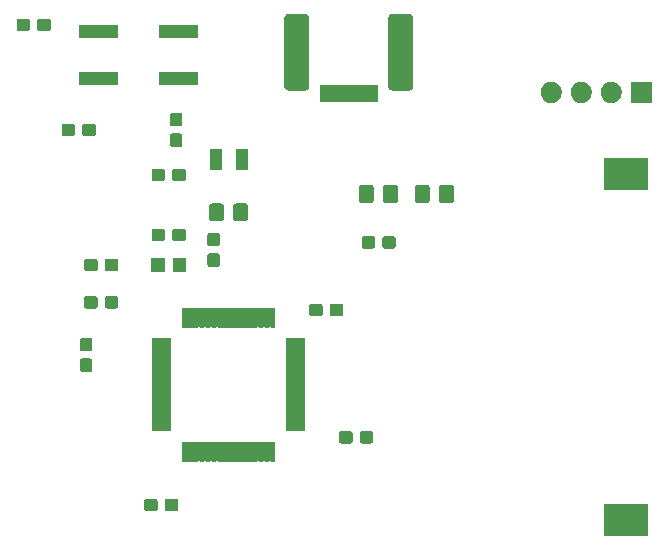
<source format=gbr>
G04 #@! TF.GenerationSoftware,KiCad,Pcbnew,5.1.5+dfsg1-2build2*
G04 #@! TF.CreationDate,2021-04-12T22:06:22+02:00*
G04 #@! TF.ProjectId,calc,63616c63-2e6b-4696-9361-645f70636258,rev?*
G04 #@! TF.SameCoordinates,Original*
G04 #@! TF.FileFunction,Soldermask,Bot*
G04 #@! TF.FilePolarity,Negative*
%FSLAX46Y46*%
G04 Gerber Fmt 4.6, Leading zero omitted, Abs format (unit mm)*
G04 Created by KiCad (PCBNEW 5.1.5+dfsg1-2build2) date 2021-04-12 22:06:22*
%MOMM*%
%LPD*%
G04 APERTURE LIST*
%ADD10C,0.100000*%
G04 APERTURE END LIST*
D10*
G36*
X119961000Y-80136000D02*
G01*
X116259000Y-80136000D01*
X116259000Y-77434000D01*
X119961000Y-77434000D01*
X119961000Y-80136000D01*
G37*
G36*
X80029499Y-76948445D02*
G01*
X80066995Y-76959820D01*
X80101554Y-76978292D01*
X80131847Y-77003153D01*
X80156708Y-77033446D01*
X80175180Y-77068005D01*
X80186555Y-77105501D01*
X80191000Y-77150638D01*
X80191000Y-77789362D01*
X80186555Y-77834499D01*
X80175180Y-77871995D01*
X80156708Y-77906554D01*
X80131847Y-77936847D01*
X80101554Y-77961708D01*
X80066995Y-77980180D01*
X80029499Y-77991555D01*
X79984362Y-77996000D01*
X79245638Y-77996000D01*
X79200501Y-77991555D01*
X79163005Y-77980180D01*
X79128446Y-77961708D01*
X79098153Y-77936847D01*
X79073292Y-77906554D01*
X79054820Y-77871995D01*
X79043445Y-77834499D01*
X79039000Y-77789362D01*
X79039000Y-77150638D01*
X79043445Y-77105501D01*
X79054820Y-77068005D01*
X79073292Y-77033446D01*
X79098153Y-77003153D01*
X79128446Y-76978292D01*
X79163005Y-76959820D01*
X79200501Y-76948445D01*
X79245638Y-76944000D01*
X79984362Y-76944000D01*
X80029499Y-76948445D01*
G37*
G36*
X78279499Y-76948445D02*
G01*
X78316995Y-76959820D01*
X78351554Y-76978292D01*
X78381847Y-77003153D01*
X78406708Y-77033446D01*
X78425180Y-77068005D01*
X78436555Y-77105501D01*
X78441000Y-77150638D01*
X78441000Y-77789362D01*
X78436555Y-77834499D01*
X78425180Y-77871995D01*
X78406708Y-77906554D01*
X78381847Y-77936847D01*
X78351554Y-77961708D01*
X78316995Y-77980180D01*
X78279499Y-77991555D01*
X78234362Y-77996000D01*
X77495638Y-77996000D01*
X77450501Y-77991555D01*
X77413005Y-77980180D01*
X77378446Y-77961708D01*
X77348153Y-77936847D01*
X77323292Y-77906554D01*
X77304820Y-77871995D01*
X77293445Y-77834499D01*
X77289000Y-77789362D01*
X77289000Y-77150638D01*
X77293445Y-77105501D01*
X77304820Y-77068005D01*
X77323292Y-77033446D01*
X77348153Y-77003153D01*
X77378446Y-76978292D01*
X77413005Y-76959820D01*
X77450501Y-76948445D01*
X77495638Y-76944000D01*
X78234362Y-76944000D01*
X78279499Y-76948445D01*
G37*
G36*
X80875295Y-72160323D02*
G01*
X80882309Y-72162451D01*
X80896077Y-72169810D01*
X80918716Y-72179187D01*
X80942749Y-72183967D01*
X80967253Y-72183967D01*
X80991286Y-72179186D01*
X81013923Y-72169810D01*
X81027691Y-72162451D01*
X81034705Y-72160323D01*
X81048140Y-72159000D01*
X81361860Y-72159000D01*
X81375295Y-72160323D01*
X81382309Y-72162451D01*
X81396077Y-72169810D01*
X81418716Y-72179187D01*
X81442749Y-72183967D01*
X81467253Y-72183967D01*
X81491286Y-72179186D01*
X81513923Y-72169810D01*
X81527691Y-72162451D01*
X81534705Y-72160323D01*
X81548140Y-72159000D01*
X81861860Y-72159000D01*
X81875295Y-72160323D01*
X81882309Y-72162451D01*
X81896077Y-72169810D01*
X81918716Y-72179187D01*
X81942749Y-72183967D01*
X81967253Y-72183967D01*
X81991286Y-72179186D01*
X82013923Y-72169810D01*
X82027691Y-72162451D01*
X82034705Y-72160323D01*
X82048140Y-72159000D01*
X82361860Y-72159000D01*
X82375295Y-72160323D01*
X82382309Y-72162451D01*
X82396077Y-72169810D01*
X82418716Y-72179187D01*
X82442749Y-72183967D01*
X82467253Y-72183967D01*
X82491286Y-72179186D01*
X82513923Y-72169810D01*
X82527691Y-72162451D01*
X82534705Y-72160323D01*
X82548140Y-72159000D01*
X82861860Y-72159000D01*
X82875295Y-72160323D01*
X82882309Y-72162451D01*
X82896077Y-72169810D01*
X82918716Y-72179187D01*
X82942749Y-72183967D01*
X82967253Y-72183967D01*
X82991286Y-72179186D01*
X83013923Y-72169810D01*
X83027691Y-72162451D01*
X83034705Y-72160323D01*
X83048140Y-72159000D01*
X83361860Y-72159000D01*
X83375295Y-72160323D01*
X83382309Y-72162451D01*
X83396077Y-72169810D01*
X83418716Y-72179187D01*
X83442749Y-72183967D01*
X83467253Y-72183967D01*
X83491286Y-72179186D01*
X83513923Y-72169810D01*
X83527691Y-72162451D01*
X83534705Y-72160323D01*
X83548140Y-72159000D01*
X83861860Y-72159000D01*
X83875295Y-72160323D01*
X83882309Y-72162451D01*
X83896077Y-72169810D01*
X83918716Y-72179187D01*
X83942749Y-72183967D01*
X83967253Y-72183967D01*
X83991286Y-72179186D01*
X84013923Y-72169810D01*
X84027691Y-72162451D01*
X84034705Y-72160323D01*
X84048140Y-72159000D01*
X84361860Y-72159000D01*
X84375295Y-72160323D01*
X84382309Y-72162451D01*
X84396077Y-72169810D01*
X84418716Y-72179187D01*
X84442749Y-72183967D01*
X84467253Y-72183967D01*
X84491286Y-72179186D01*
X84513923Y-72169810D01*
X84527691Y-72162451D01*
X84534705Y-72160323D01*
X84548140Y-72159000D01*
X84861860Y-72159000D01*
X84875295Y-72160323D01*
X84882309Y-72162451D01*
X84896077Y-72169810D01*
X84918716Y-72179187D01*
X84942749Y-72183967D01*
X84967253Y-72183967D01*
X84991286Y-72179186D01*
X85013923Y-72169810D01*
X85027691Y-72162451D01*
X85034705Y-72160323D01*
X85048140Y-72159000D01*
X85361860Y-72159000D01*
X85375295Y-72160323D01*
X85382309Y-72162451D01*
X85396077Y-72169810D01*
X85418716Y-72179187D01*
X85442749Y-72183967D01*
X85467253Y-72183967D01*
X85491286Y-72179186D01*
X85513923Y-72169810D01*
X85527691Y-72162451D01*
X85534705Y-72160323D01*
X85548140Y-72159000D01*
X85861860Y-72159000D01*
X85875295Y-72160323D01*
X85882309Y-72162451D01*
X85896077Y-72169810D01*
X85918716Y-72179187D01*
X85942749Y-72183967D01*
X85967253Y-72183967D01*
X85991286Y-72179186D01*
X86013923Y-72169810D01*
X86027691Y-72162451D01*
X86034705Y-72160323D01*
X86048140Y-72159000D01*
X86361860Y-72159000D01*
X86375295Y-72160323D01*
X86382309Y-72162451D01*
X86396077Y-72169810D01*
X86418716Y-72179187D01*
X86442749Y-72183967D01*
X86467253Y-72183967D01*
X86491286Y-72179186D01*
X86513923Y-72169810D01*
X86527691Y-72162451D01*
X86534705Y-72160323D01*
X86548140Y-72159000D01*
X86861860Y-72159000D01*
X86875295Y-72160323D01*
X86882309Y-72162451D01*
X86896077Y-72169810D01*
X86918716Y-72179187D01*
X86942749Y-72183967D01*
X86967253Y-72183967D01*
X86991286Y-72179186D01*
X87013923Y-72169810D01*
X87027691Y-72162451D01*
X87034705Y-72160323D01*
X87048140Y-72159000D01*
X87361860Y-72159000D01*
X87375295Y-72160323D01*
X87382309Y-72162451D01*
X87396077Y-72169810D01*
X87418716Y-72179187D01*
X87442749Y-72183967D01*
X87467253Y-72183967D01*
X87491286Y-72179186D01*
X87513923Y-72169810D01*
X87527691Y-72162451D01*
X87534705Y-72160323D01*
X87548140Y-72159000D01*
X87861860Y-72159000D01*
X87875295Y-72160323D01*
X87882309Y-72162451D01*
X87896077Y-72169810D01*
X87918716Y-72179187D01*
X87942749Y-72183967D01*
X87967253Y-72183967D01*
X87991286Y-72179186D01*
X88013923Y-72169810D01*
X88027691Y-72162451D01*
X88034705Y-72160323D01*
X88048140Y-72159000D01*
X88361860Y-72159000D01*
X88375295Y-72160323D01*
X88382310Y-72162451D01*
X88388776Y-72165908D01*
X88394442Y-72170558D01*
X88399092Y-72176224D01*
X88402549Y-72182690D01*
X88404677Y-72189705D01*
X88406000Y-72203140D01*
X88406000Y-73766860D01*
X88404677Y-73780295D01*
X88402549Y-73787310D01*
X88399092Y-73793776D01*
X88394442Y-73799442D01*
X88388776Y-73804092D01*
X88382310Y-73807549D01*
X88375295Y-73809677D01*
X88361860Y-73811000D01*
X88048140Y-73811000D01*
X88034705Y-73809677D01*
X88027691Y-73807549D01*
X88013923Y-73800190D01*
X87991284Y-73790813D01*
X87967251Y-73786033D01*
X87942747Y-73786033D01*
X87918714Y-73790814D01*
X87896077Y-73800190D01*
X87882309Y-73807549D01*
X87875295Y-73809677D01*
X87861860Y-73811000D01*
X87548140Y-73811000D01*
X87534705Y-73809677D01*
X87527691Y-73807549D01*
X87513923Y-73800190D01*
X87491284Y-73790813D01*
X87467251Y-73786033D01*
X87442747Y-73786033D01*
X87418714Y-73790814D01*
X87396077Y-73800190D01*
X87382309Y-73807549D01*
X87375295Y-73809677D01*
X87361860Y-73811000D01*
X87048140Y-73811000D01*
X87034705Y-73809677D01*
X87027691Y-73807549D01*
X87013923Y-73800190D01*
X86991284Y-73790813D01*
X86967251Y-73786033D01*
X86942747Y-73786033D01*
X86918714Y-73790814D01*
X86896077Y-73800190D01*
X86882309Y-73807549D01*
X86875295Y-73809677D01*
X86861860Y-73811000D01*
X86548140Y-73811000D01*
X86534705Y-73809677D01*
X86527691Y-73807549D01*
X86513923Y-73800190D01*
X86491284Y-73790813D01*
X86467251Y-73786033D01*
X86442747Y-73786033D01*
X86418714Y-73790814D01*
X86396077Y-73800190D01*
X86382309Y-73807549D01*
X86375295Y-73809677D01*
X86361860Y-73811000D01*
X86048140Y-73811000D01*
X86034705Y-73809677D01*
X86027691Y-73807549D01*
X86013923Y-73800190D01*
X85991284Y-73790813D01*
X85967251Y-73786033D01*
X85942747Y-73786033D01*
X85918714Y-73790814D01*
X85896077Y-73800190D01*
X85882309Y-73807549D01*
X85875295Y-73809677D01*
X85861860Y-73811000D01*
X85548140Y-73811000D01*
X85534705Y-73809677D01*
X85527691Y-73807549D01*
X85513923Y-73800190D01*
X85491284Y-73790813D01*
X85467251Y-73786033D01*
X85442747Y-73786033D01*
X85418714Y-73790814D01*
X85396077Y-73800190D01*
X85382309Y-73807549D01*
X85375295Y-73809677D01*
X85361860Y-73811000D01*
X85048140Y-73811000D01*
X85034705Y-73809677D01*
X85027691Y-73807549D01*
X85013923Y-73800190D01*
X84991284Y-73790813D01*
X84967251Y-73786033D01*
X84942747Y-73786033D01*
X84918714Y-73790814D01*
X84896077Y-73800190D01*
X84882309Y-73807549D01*
X84875295Y-73809677D01*
X84861860Y-73811000D01*
X84548140Y-73811000D01*
X84534705Y-73809677D01*
X84527691Y-73807549D01*
X84513923Y-73800190D01*
X84491284Y-73790813D01*
X84467251Y-73786033D01*
X84442747Y-73786033D01*
X84418714Y-73790814D01*
X84396077Y-73800190D01*
X84382309Y-73807549D01*
X84375295Y-73809677D01*
X84361860Y-73811000D01*
X84048140Y-73811000D01*
X84034705Y-73809677D01*
X84027691Y-73807549D01*
X84013923Y-73800190D01*
X83991284Y-73790813D01*
X83967251Y-73786033D01*
X83942747Y-73786033D01*
X83918714Y-73790814D01*
X83896077Y-73800190D01*
X83882309Y-73807549D01*
X83875295Y-73809677D01*
X83861860Y-73811000D01*
X83548140Y-73811000D01*
X83534705Y-73809677D01*
X83527691Y-73807549D01*
X83513923Y-73800190D01*
X83491284Y-73790813D01*
X83467251Y-73786033D01*
X83442747Y-73786033D01*
X83418714Y-73790814D01*
X83396077Y-73800190D01*
X83382309Y-73807549D01*
X83375295Y-73809677D01*
X83361860Y-73811000D01*
X83048140Y-73811000D01*
X83034705Y-73809677D01*
X83027691Y-73807549D01*
X83013923Y-73800190D01*
X82991284Y-73790813D01*
X82967251Y-73786033D01*
X82942747Y-73786033D01*
X82918714Y-73790814D01*
X82896077Y-73800190D01*
X82882309Y-73807549D01*
X82875295Y-73809677D01*
X82861860Y-73811000D01*
X82548140Y-73811000D01*
X82534705Y-73809677D01*
X82527691Y-73807549D01*
X82513923Y-73800190D01*
X82491284Y-73790813D01*
X82467251Y-73786033D01*
X82442747Y-73786033D01*
X82418714Y-73790814D01*
X82396077Y-73800190D01*
X82382309Y-73807549D01*
X82375295Y-73809677D01*
X82361860Y-73811000D01*
X82048140Y-73811000D01*
X82034705Y-73809677D01*
X82027691Y-73807549D01*
X82013923Y-73800190D01*
X81991284Y-73790813D01*
X81967251Y-73786033D01*
X81942747Y-73786033D01*
X81918714Y-73790814D01*
X81896077Y-73800190D01*
X81882309Y-73807549D01*
X81875295Y-73809677D01*
X81861860Y-73811000D01*
X81548140Y-73811000D01*
X81534705Y-73809677D01*
X81527691Y-73807549D01*
X81513923Y-73800190D01*
X81491284Y-73790813D01*
X81467251Y-73786033D01*
X81442747Y-73786033D01*
X81418714Y-73790814D01*
X81396077Y-73800190D01*
X81382309Y-73807549D01*
X81375295Y-73809677D01*
X81361860Y-73811000D01*
X81048140Y-73811000D01*
X81034705Y-73809677D01*
X81027691Y-73807549D01*
X81013923Y-73800190D01*
X80991284Y-73790813D01*
X80967251Y-73786033D01*
X80942747Y-73786033D01*
X80918714Y-73790814D01*
X80896077Y-73800190D01*
X80882309Y-73807549D01*
X80875295Y-73809677D01*
X80861860Y-73811000D01*
X80548140Y-73811000D01*
X80534705Y-73809677D01*
X80527690Y-73807549D01*
X80521224Y-73804092D01*
X80515558Y-73799442D01*
X80510908Y-73793776D01*
X80507451Y-73787310D01*
X80505323Y-73780295D01*
X80504000Y-73766860D01*
X80504000Y-72203140D01*
X80505323Y-72189705D01*
X80507451Y-72182690D01*
X80510908Y-72176224D01*
X80515558Y-72170558D01*
X80521224Y-72165908D01*
X80527690Y-72162451D01*
X80534705Y-72160323D01*
X80548140Y-72159000D01*
X80861860Y-72159000D01*
X80875295Y-72160323D01*
G37*
G36*
X94789499Y-71233445D02*
G01*
X94826995Y-71244820D01*
X94861554Y-71263292D01*
X94891847Y-71288153D01*
X94916708Y-71318446D01*
X94935180Y-71353005D01*
X94946555Y-71390501D01*
X94951000Y-71435638D01*
X94951000Y-72074362D01*
X94946555Y-72119499D01*
X94935180Y-72156995D01*
X94916708Y-72191554D01*
X94891847Y-72221847D01*
X94861554Y-72246708D01*
X94826995Y-72265180D01*
X94789499Y-72276555D01*
X94744362Y-72281000D01*
X94005638Y-72281000D01*
X93960501Y-72276555D01*
X93923005Y-72265180D01*
X93888446Y-72246708D01*
X93858153Y-72221847D01*
X93833292Y-72191554D01*
X93814820Y-72156995D01*
X93803445Y-72119499D01*
X93799000Y-72074362D01*
X93799000Y-71435638D01*
X93803445Y-71390501D01*
X93814820Y-71353005D01*
X93833292Y-71318446D01*
X93858153Y-71288153D01*
X93888446Y-71263292D01*
X93923005Y-71244820D01*
X93960501Y-71233445D01*
X94005638Y-71229000D01*
X94744362Y-71229000D01*
X94789499Y-71233445D01*
G37*
G36*
X96539499Y-71233445D02*
G01*
X96576995Y-71244820D01*
X96611554Y-71263292D01*
X96641847Y-71288153D01*
X96666708Y-71318446D01*
X96685180Y-71353005D01*
X96696555Y-71390501D01*
X96701000Y-71435638D01*
X96701000Y-72074362D01*
X96696555Y-72119499D01*
X96685180Y-72156995D01*
X96666708Y-72191554D01*
X96641847Y-72221847D01*
X96611554Y-72246708D01*
X96576995Y-72265180D01*
X96539499Y-72276555D01*
X96494362Y-72281000D01*
X95755638Y-72281000D01*
X95710501Y-72276555D01*
X95673005Y-72265180D01*
X95638446Y-72246708D01*
X95608153Y-72221847D01*
X95583292Y-72191554D01*
X95564820Y-72156995D01*
X95553445Y-72119499D01*
X95549000Y-72074362D01*
X95549000Y-71435638D01*
X95553445Y-71390501D01*
X95564820Y-71353005D01*
X95583292Y-71318446D01*
X95608153Y-71288153D01*
X95638446Y-71263292D01*
X95673005Y-71244820D01*
X95710501Y-71233445D01*
X95755638Y-71229000D01*
X96494362Y-71229000D01*
X96539499Y-71233445D01*
G37*
G36*
X79575295Y-63360323D02*
G01*
X79582310Y-63362451D01*
X79588776Y-63365908D01*
X79594442Y-63370558D01*
X79599092Y-63376224D01*
X79602549Y-63382690D01*
X79604677Y-63389705D01*
X79606000Y-63403140D01*
X79606000Y-63716860D01*
X79604677Y-63730295D01*
X79602549Y-63737309D01*
X79595190Y-63751077D01*
X79585813Y-63773716D01*
X79581033Y-63797749D01*
X79581033Y-63822253D01*
X79585814Y-63846286D01*
X79595190Y-63868923D01*
X79602549Y-63882691D01*
X79604677Y-63889705D01*
X79606000Y-63903140D01*
X79606000Y-64216860D01*
X79604677Y-64230295D01*
X79602549Y-64237309D01*
X79595190Y-64251077D01*
X79585813Y-64273716D01*
X79581033Y-64297749D01*
X79581033Y-64322253D01*
X79585814Y-64346286D01*
X79595190Y-64368923D01*
X79602549Y-64382691D01*
X79604677Y-64389705D01*
X79606000Y-64403140D01*
X79606000Y-64716860D01*
X79604677Y-64730295D01*
X79602549Y-64737309D01*
X79595190Y-64751077D01*
X79585813Y-64773716D01*
X79581033Y-64797749D01*
X79581033Y-64822253D01*
X79585814Y-64846286D01*
X79595190Y-64868923D01*
X79602549Y-64882691D01*
X79604677Y-64889705D01*
X79606000Y-64903140D01*
X79606000Y-65216860D01*
X79604677Y-65230295D01*
X79602549Y-65237309D01*
X79595190Y-65251077D01*
X79585813Y-65273716D01*
X79581033Y-65297749D01*
X79581033Y-65322253D01*
X79585814Y-65346286D01*
X79595190Y-65368923D01*
X79602549Y-65382691D01*
X79604677Y-65389705D01*
X79606000Y-65403140D01*
X79606000Y-65716860D01*
X79604677Y-65730295D01*
X79602549Y-65737309D01*
X79595190Y-65751077D01*
X79585813Y-65773716D01*
X79581033Y-65797749D01*
X79581033Y-65822253D01*
X79585814Y-65846286D01*
X79595190Y-65868923D01*
X79602549Y-65882691D01*
X79604677Y-65889705D01*
X79606000Y-65903140D01*
X79606000Y-66216860D01*
X79604677Y-66230295D01*
X79602549Y-66237309D01*
X79595190Y-66251077D01*
X79585813Y-66273716D01*
X79581033Y-66297749D01*
X79581033Y-66322253D01*
X79585814Y-66346286D01*
X79595190Y-66368923D01*
X79602549Y-66382691D01*
X79604677Y-66389705D01*
X79606000Y-66403140D01*
X79606000Y-66716860D01*
X79604677Y-66730295D01*
X79602549Y-66737309D01*
X79595190Y-66751077D01*
X79585813Y-66773716D01*
X79581033Y-66797749D01*
X79581033Y-66822253D01*
X79585814Y-66846286D01*
X79595190Y-66868923D01*
X79602549Y-66882691D01*
X79604677Y-66889705D01*
X79606000Y-66903140D01*
X79606000Y-67216860D01*
X79604677Y-67230295D01*
X79602549Y-67237309D01*
X79595190Y-67251077D01*
X79585813Y-67273716D01*
X79581033Y-67297749D01*
X79581033Y-67322253D01*
X79585814Y-67346286D01*
X79595190Y-67368923D01*
X79602549Y-67382691D01*
X79604677Y-67389705D01*
X79606000Y-67403140D01*
X79606000Y-67716860D01*
X79604677Y-67730295D01*
X79602549Y-67737309D01*
X79595190Y-67751077D01*
X79585813Y-67773716D01*
X79581033Y-67797749D01*
X79581033Y-67822253D01*
X79585814Y-67846286D01*
X79595190Y-67868923D01*
X79602549Y-67882691D01*
X79604677Y-67889705D01*
X79606000Y-67903140D01*
X79606000Y-68216860D01*
X79604677Y-68230295D01*
X79602549Y-68237309D01*
X79595190Y-68251077D01*
X79585813Y-68273716D01*
X79581033Y-68297749D01*
X79581033Y-68322253D01*
X79585814Y-68346286D01*
X79595190Y-68368923D01*
X79602549Y-68382691D01*
X79604677Y-68389705D01*
X79606000Y-68403140D01*
X79606000Y-68716860D01*
X79604677Y-68730295D01*
X79602549Y-68737309D01*
X79595190Y-68751077D01*
X79585813Y-68773716D01*
X79581033Y-68797749D01*
X79581033Y-68822253D01*
X79585814Y-68846286D01*
X79595190Y-68868923D01*
X79602549Y-68882691D01*
X79604677Y-68889705D01*
X79606000Y-68903140D01*
X79606000Y-69216860D01*
X79604677Y-69230295D01*
X79602549Y-69237309D01*
X79595190Y-69251077D01*
X79585813Y-69273716D01*
X79581033Y-69297749D01*
X79581033Y-69322253D01*
X79585814Y-69346286D01*
X79595190Y-69368923D01*
X79602549Y-69382691D01*
X79604677Y-69389705D01*
X79606000Y-69403140D01*
X79606000Y-69716860D01*
X79604677Y-69730295D01*
X79602549Y-69737309D01*
X79595190Y-69751077D01*
X79585813Y-69773716D01*
X79581033Y-69797749D01*
X79581033Y-69822253D01*
X79585814Y-69846286D01*
X79595190Y-69868923D01*
X79602549Y-69882691D01*
X79604677Y-69889705D01*
X79606000Y-69903140D01*
X79606000Y-70216860D01*
X79604677Y-70230295D01*
X79602549Y-70237309D01*
X79595190Y-70251077D01*
X79585813Y-70273716D01*
X79581033Y-70297749D01*
X79581033Y-70322253D01*
X79585814Y-70346286D01*
X79595190Y-70368923D01*
X79602549Y-70382691D01*
X79604677Y-70389705D01*
X79606000Y-70403140D01*
X79606000Y-70716860D01*
X79604677Y-70730295D01*
X79602549Y-70737309D01*
X79595190Y-70751077D01*
X79585813Y-70773716D01*
X79581033Y-70797749D01*
X79581033Y-70822253D01*
X79585814Y-70846286D01*
X79595190Y-70868923D01*
X79602549Y-70882691D01*
X79604677Y-70889705D01*
X79606000Y-70903140D01*
X79606000Y-71216860D01*
X79604677Y-71230295D01*
X79602549Y-71237310D01*
X79599092Y-71243776D01*
X79594442Y-71249442D01*
X79588776Y-71254092D01*
X79582310Y-71257549D01*
X79575295Y-71259677D01*
X79561860Y-71261000D01*
X77998140Y-71261000D01*
X77984705Y-71259677D01*
X77977690Y-71257549D01*
X77971224Y-71254092D01*
X77965558Y-71249442D01*
X77960908Y-71243776D01*
X77957451Y-71237310D01*
X77955323Y-71230295D01*
X77954000Y-71216860D01*
X77954000Y-70903140D01*
X77955323Y-70889705D01*
X77957451Y-70882691D01*
X77964810Y-70868923D01*
X77974187Y-70846284D01*
X77978967Y-70822251D01*
X77978967Y-70797747D01*
X77974186Y-70773714D01*
X77964810Y-70751077D01*
X77957451Y-70737309D01*
X77955323Y-70730295D01*
X77954000Y-70716860D01*
X77954000Y-70403140D01*
X77955323Y-70389705D01*
X77957451Y-70382691D01*
X77964810Y-70368923D01*
X77974187Y-70346284D01*
X77978967Y-70322251D01*
X77978967Y-70297747D01*
X77974186Y-70273714D01*
X77964810Y-70251077D01*
X77957451Y-70237309D01*
X77955323Y-70230295D01*
X77954000Y-70216860D01*
X77954000Y-69903140D01*
X77955323Y-69889705D01*
X77957451Y-69882691D01*
X77964810Y-69868923D01*
X77974187Y-69846284D01*
X77978967Y-69822251D01*
X77978967Y-69797747D01*
X77974186Y-69773714D01*
X77964810Y-69751077D01*
X77957451Y-69737309D01*
X77955323Y-69730295D01*
X77954000Y-69716860D01*
X77954000Y-69403140D01*
X77955323Y-69389705D01*
X77957451Y-69382691D01*
X77964810Y-69368923D01*
X77974187Y-69346284D01*
X77978967Y-69322251D01*
X77978967Y-69297747D01*
X77974186Y-69273714D01*
X77964810Y-69251077D01*
X77957451Y-69237309D01*
X77955323Y-69230295D01*
X77954000Y-69216860D01*
X77954000Y-68903140D01*
X77955323Y-68889705D01*
X77957451Y-68882691D01*
X77964810Y-68868923D01*
X77974187Y-68846284D01*
X77978967Y-68822251D01*
X77978967Y-68797747D01*
X77974186Y-68773714D01*
X77964810Y-68751077D01*
X77957451Y-68737309D01*
X77955323Y-68730295D01*
X77954000Y-68716860D01*
X77954000Y-68403140D01*
X77955323Y-68389705D01*
X77957451Y-68382691D01*
X77964810Y-68368923D01*
X77974187Y-68346284D01*
X77978967Y-68322251D01*
X77978967Y-68297747D01*
X77974186Y-68273714D01*
X77964810Y-68251077D01*
X77957451Y-68237309D01*
X77955323Y-68230295D01*
X77954000Y-68216860D01*
X77954000Y-67903140D01*
X77955323Y-67889705D01*
X77957451Y-67882691D01*
X77964810Y-67868923D01*
X77974187Y-67846284D01*
X77978967Y-67822251D01*
X77978967Y-67797747D01*
X77974186Y-67773714D01*
X77964810Y-67751077D01*
X77957451Y-67737309D01*
X77955323Y-67730295D01*
X77954000Y-67716860D01*
X77954000Y-67403140D01*
X77955323Y-67389705D01*
X77957451Y-67382691D01*
X77964810Y-67368923D01*
X77974187Y-67346284D01*
X77978967Y-67322251D01*
X77978967Y-67297747D01*
X77974186Y-67273714D01*
X77964810Y-67251077D01*
X77957451Y-67237309D01*
X77955323Y-67230295D01*
X77954000Y-67216860D01*
X77954000Y-66903140D01*
X77955323Y-66889705D01*
X77957451Y-66882691D01*
X77964810Y-66868923D01*
X77974187Y-66846284D01*
X77978967Y-66822251D01*
X77978967Y-66797747D01*
X77974186Y-66773714D01*
X77964810Y-66751077D01*
X77957451Y-66737309D01*
X77955323Y-66730295D01*
X77954000Y-66716860D01*
X77954000Y-66403140D01*
X77955323Y-66389705D01*
X77957451Y-66382691D01*
X77964810Y-66368923D01*
X77974187Y-66346284D01*
X77978967Y-66322251D01*
X77978967Y-66297747D01*
X77974186Y-66273714D01*
X77964810Y-66251077D01*
X77957451Y-66237309D01*
X77955323Y-66230295D01*
X77954000Y-66216860D01*
X77954000Y-65903140D01*
X77955323Y-65889705D01*
X77957451Y-65882691D01*
X77964810Y-65868923D01*
X77974187Y-65846284D01*
X77978967Y-65822251D01*
X77978967Y-65797747D01*
X77974186Y-65773714D01*
X77964810Y-65751077D01*
X77957451Y-65737309D01*
X77955323Y-65730295D01*
X77954000Y-65716860D01*
X77954000Y-65403140D01*
X77955323Y-65389705D01*
X77957451Y-65382691D01*
X77964810Y-65368923D01*
X77974187Y-65346284D01*
X77978967Y-65322251D01*
X77978967Y-65297747D01*
X77974186Y-65273714D01*
X77964810Y-65251077D01*
X77957451Y-65237309D01*
X77955323Y-65230295D01*
X77954000Y-65216860D01*
X77954000Y-64903140D01*
X77955323Y-64889705D01*
X77957451Y-64882691D01*
X77964810Y-64868923D01*
X77974187Y-64846284D01*
X77978967Y-64822251D01*
X77978967Y-64797747D01*
X77974186Y-64773714D01*
X77964810Y-64751077D01*
X77957451Y-64737309D01*
X77955323Y-64730295D01*
X77954000Y-64716860D01*
X77954000Y-64403140D01*
X77955323Y-64389705D01*
X77957451Y-64382691D01*
X77964810Y-64368923D01*
X77974187Y-64346284D01*
X77978967Y-64322251D01*
X77978967Y-64297747D01*
X77974186Y-64273714D01*
X77964810Y-64251077D01*
X77957451Y-64237309D01*
X77955323Y-64230295D01*
X77954000Y-64216860D01*
X77954000Y-63903140D01*
X77955323Y-63889705D01*
X77957451Y-63882691D01*
X77964810Y-63868923D01*
X77974187Y-63846284D01*
X77978967Y-63822251D01*
X77978967Y-63797747D01*
X77974186Y-63773714D01*
X77964810Y-63751077D01*
X77957451Y-63737309D01*
X77955323Y-63730295D01*
X77954000Y-63716860D01*
X77954000Y-63403140D01*
X77955323Y-63389705D01*
X77957451Y-63382690D01*
X77960908Y-63376224D01*
X77965558Y-63370558D01*
X77971224Y-63365908D01*
X77977690Y-63362451D01*
X77984705Y-63360323D01*
X77998140Y-63359000D01*
X79561860Y-63359000D01*
X79575295Y-63360323D01*
G37*
G36*
X90925295Y-63360323D02*
G01*
X90932310Y-63362451D01*
X90938776Y-63365908D01*
X90944442Y-63370558D01*
X90949092Y-63376224D01*
X90952549Y-63382690D01*
X90954677Y-63389705D01*
X90956000Y-63403140D01*
X90956000Y-63716860D01*
X90954677Y-63730295D01*
X90952549Y-63737309D01*
X90945190Y-63751077D01*
X90935813Y-63773716D01*
X90931033Y-63797749D01*
X90931033Y-63822253D01*
X90935814Y-63846286D01*
X90945190Y-63868923D01*
X90952549Y-63882691D01*
X90954677Y-63889705D01*
X90956000Y-63903140D01*
X90956000Y-64216860D01*
X90954677Y-64230295D01*
X90952549Y-64237309D01*
X90945190Y-64251077D01*
X90935813Y-64273716D01*
X90931033Y-64297749D01*
X90931033Y-64322253D01*
X90935814Y-64346286D01*
X90945190Y-64368923D01*
X90952549Y-64382691D01*
X90954677Y-64389705D01*
X90956000Y-64403140D01*
X90956000Y-64716860D01*
X90954677Y-64730295D01*
X90952549Y-64737309D01*
X90945190Y-64751077D01*
X90935813Y-64773716D01*
X90931033Y-64797749D01*
X90931033Y-64822253D01*
X90935814Y-64846286D01*
X90945190Y-64868923D01*
X90952549Y-64882691D01*
X90954677Y-64889705D01*
X90956000Y-64903140D01*
X90956000Y-65216860D01*
X90954677Y-65230295D01*
X90952549Y-65237309D01*
X90945190Y-65251077D01*
X90935813Y-65273716D01*
X90931033Y-65297749D01*
X90931033Y-65322253D01*
X90935814Y-65346286D01*
X90945190Y-65368923D01*
X90952549Y-65382691D01*
X90954677Y-65389705D01*
X90956000Y-65403140D01*
X90956000Y-65716860D01*
X90954677Y-65730295D01*
X90952549Y-65737309D01*
X90945190Y-65751077D01*
X90935813Y-65773716D01*
X90931033Y-65797749D01*
X90931033Y-65822253D01*
X90935814Y-65846286D01*
X90945190Y-65868923D01*
X90952549Y-65882691D01*
X90954677Y-65889705D01*
X90956000Y-65903140D01*
X90956000Y-66216860D01*
X90954677Y-66230295D01*
X90952549Y-66237309D01*
X90945190Y-66251077D01*
X90935813Y-66273716D01*
X90931033Y-66297749D01*
X90931033Y-66322253D01*
X90935814Y-66346286D01*
X90945190Y-66368923D01*
X90952549Y-66382691D01*
X90954677Y-66389705D01*
X90956000Y-66403140D01*
X90956000Y-66716860D01*
X90954677Y-66730295D01*
X90952549Y-66737309D01*
X90945190Y-66751077D01*
X90935813Y-66773716D01*
X90931033Y-66797749D01*
X90931033Y-66822253D01*
X90935814Y-66846286D01*
X90945190Y-66868923D01*
X90952549Y-66882691D01*
X90954677Y-66889705D01*
X90956000Y-66903140D01*
X90956000Y-67216860D01*
X90954677Y-67230295D01*
X90952549Y-67237309D01*
X90945190Y-67251077D01*
X90935813Y-67273716D01*
X90931033Y-67297749D01*
X90931033Y-67322253D01*
X90935814Y-67346286D01*
X90945190Y-67368923D01*
X90952549Y-67382691D01*
X90954677Y-67389705D01*
X90956000Y-67403140D01*
X90956000Y-67716860D01*
X90954677Y-67730295D01*
X90952549Y-67737309D01*
X90945190Y-67751077D01*
X90935813Y-67773716D01*
X90931033Y-67797749D01*
X90931033Y-67822253D01*
X90935814Y-67846286D01*
X90945190Y-67868923D01*
X90952549Y-67882691D01*
X90954677Y-67889705D01*
X90956000Y-67903140D01*
X90956000Y-68216860D01*
X90954677Y-68230295D01*
X90952549Y-68237309D01*
X90945190Y-68251077D01*
X90935813Y-68273716D01*
X90931033Y-68297749D01*
X90931033Y-68322253D01*
X90935814Y-68346286D01*
X90945190Y-68368923D01*
X90952549Y-68382691D01*
X90954677Y-68389705D01*
X90956000Y-68403140D01*
X90956000Y-68716860D01*
X90954677Y-68730295D01*
X90952549Y-68737309D01*
X90945190Y-68751077D01*
X90935813Y-68773716D01*
X90931033Y-68797749D01*
X90931033Y-68822253D01*
X90935814Y-68846286D01*
X90945190Y-68868923D01*
X90952549Y-68882691D01*
X90954677Y-68889705D01*
X90956000Y-68903140D01*
X90956000Y-69216860D01*
X90954677Y-69230295D01*
X90952549Y-69237309D01*
X90945190Y-69251077D01*
X90935813Y-69273716D01*
X90931033Y-69297749D01*
X90931033Y-69322253D01*
X90935814Y-69346286D01*
X90945190Y-69368923D01*
X90952549Y-69382691D01*
X90954677Y-69389705D01*
X90956000Y-69403140D01*
X90956000Y-69716860D01*
X90954677Y-69730295D01*
X90952549Y-69737309D01*
X90945190Y-69751077D01*
X90935813Y-69773716D01*
X90931033Y-69797749D01*
X90931033Y-69822253D01*
X90935814Y-69846286D01*
X90945190Y-69868923D01*
X90952549Y-69882691D01*
X90954677Y-69889705D01*
X90956000Y-69903140D01*
X90956000Y-70216860D01*
X90954677Y-70230295D01*
X90952549Y-70237309D01*
X90945190Y-70251077D01*
X90935813Y-70273716D01*
X90931033Y-70297749D01*
X90931033Y-70322253D01*
X90935814Y-70346286D01*
X90945190Y-70368923D01*
X90952549Y-70382691D01*
X90954677Y-70389705D01*
X90956000Y-70403140D01*
X90956000Y-70716860D01*
X90954677Y-70730295D01*
X90952549Y-70737309D01*
X90945190Y-70751077D01*
X90935813Y-70773716D01*
X90931033Y-70797749D01*
X90931033Y-70822253D01*
X90935814Y-70846286D01*
X90945190Y-70868923D01*
X90952549Y-70882691D01*
X90954677Y-70889705D01*
X90956000Y-70903140D01*
X90956000Y-71216860D01*
X90954677Y-71230295D01*
X90952549Y-71237310D01*
X90949092Y-71243776D01*
X90944442Y-71249442D01*
X90938776Y-71254092D01*
X90932310Y-71257549D01*
X90925295Y-71259677D01*
X90911860Y-71261000D01*
X89348140Y-71261000D01*
X89334705Y-71259677D01*
X89327690Y-71257549D01*
X89321224Y-71254092D01*
X89315558Y-71249442D01*
X89310908Y-71243776D01*
X89307451Y-71237310D01*
X89305323Y-71230295D01*
X89304000Y-71216860D01*
X89304000Y-70903140D01*
X89305323Y-70889705D01*
X89307451Y-70882691D01*
X89314810Y-70868923D01*
X89324187Y-70846284D01*
X89328967Y-70822251D01*
X89328967Y-70797747D01*
X89324186Y-70773714D01*
X89314810Y-70751077D01*
X89307451Y-70737309D01*
X89305323Y-70730295D01*
X89304000Y-70716860D01*
X89304000Y-70403140D01*
X89305323Y-70389705D01*
X89307451Y-70382691D01*
X89314810Y-70368923D01*
X89324187Y-70346284D01*
X89328967Y-70322251D01*
X89328967Y-70297747D01*
X89324186Y-70273714D01*
X89314810Y-70251077D01*
X89307451Y-70237309D01*
X89305323Y-70230295D01*
X89304000Y-70216860D01*
X89304000Y-69903140D01*
X89305323Y-69889705D01*
X89307451Y-69882691D01*
X89314810Y-69868923D01*
X89324187Y-69846284D01*
X89328967Y-69822251D01*
X89328967Y-69797747D01*
X89324186Y-69773714D01*
X89314810Y-69751077D01*
X89307451Y-69737309D01*
X89305323Y-69730295D01*
X89304000Y-69716860D01*
X89304000Y-69403140D01*
X89305323Y-69389705D01*
X89307451Y-69382691D01*
X89314810Y-69368923D01*
X89324187Y-69346284D01*
X89328967Y-69322251D01*
X89328967Y-69297747D01*
X89324186Y-69273714D01*
X89314810Y-69251077D01*
X89307451Y-69237309D01*
X89305323Y-69230295D01*
X89304000Y-69216860D01*
X89304000Y-68903140D01*
X89305323Y-68889705D01*
X89307451Y-68882691D01*
X89314810Y-68868923D01*
X89324187Y-68846284D01*
X89328967Y-68822251D01*
X89328967Y-68797747D01*
X89324186Y-68773714D01*
X89314810Y-68751077D01*
X89307451Y-68737309D01*
X89305323Y-68730295D01*
X89304000Y-68716860D01*
X89304000Y-68403140D01*
X89305323Y-68389705D01*
X89307451Y-68382691D01*
X89314810Y-68368923D01*
X89324187Y-68346284D01*
X89328967Y-68322251D01*
X89328967Y-68297747D01*
X89324186Y-68273714D01*
X89314810Y-68251077D01*
X89307451Y-68237309D01*
X89305323Y-68230295D01*
X89304000Y-68216860D01*
X89304000Y-67903140D01*
X89305323Y-67889705D01*
X89307451Y-67882691D01*
X89314810Y-67868923D01*
X89324187Y-67846284D01*
X89328967Y-67822251D01*
X89328967Y-67797747D01*
X89324186Y-67773714D01*
X89314810Y-67751077D01*
X89307451Y-67737309D01*
X89305323Y-67730295D01*
X89304000Y-67716860D01*
X89304000Y-67403140D01*
X89305323Y-67389705D01*
X89307451Y-67382691D01*
X89314810Y-67368923D01*
X89324187Y-67346284D01*
X89328967Y-67322251D01*
X89328967Y-67297747D01*
X89324186Y-67273714D01*
X89314810Y-67251077D01*
X89307451Y-67237309D01*
X89305323Y-67230295D01*
X89304000Y-67216860D01*
X89304000Y-66903140D01*
X89305323Y-66889705D01*
X89307451Y-66882691D01*
X89314810Y-66868923D01*
X89324187Y-66846284D01*
X89328967Y-66822251D01*
X89328967Y-66797747D01*
X89324186Y-66773714D01*
X89314810Y-66751077D01*
X89307451Y-66737309D01*
X89305323Y-66730295D01*
X89304000Y-66716860D01*
X89304000Y-66403140D01*
X89305323Y-66389705D01*
X89307451Y-66382691D01*
X89314810Y-66368923D01*
X89324187Y-66346284D01*
X89328967Y-66322251D01*
X89328967Y-66297747D01*
X89324186Y-66273714D01*
X89314810Y-66251077D01*
X89307451Y-66237309D01*
X89305323Y-66230295D01*
X89304000Y-66216860D01*
X89304000Y-65903140D01*
X89305323Y-65889705D01*
X89307451Y-65882691D01*
X89314810Y-65868923D01*
X89324187Y-65846284D01*
X89328967Y-65822251D01*
X89328967Y-65797747D01*
X89324186Y-65773714D01*
X89314810Y-65751077D01*
X89307451Y-65737309D01*
X89305323Y-65730295D01*
X89304000Y-65716860D01*
X89304000Y-65403140D01*
X89305323Y-65389705D01*
X89307451Y-65382691D01*
X89314810Y-65368923D01*
X89324187Y-65346284D01*
X89328967Y-65322251D01*
X89328967Y-65297747D01*
X89324186Y-65273714D01*
X89314810Y-65251077D01*
X89307451Y-65237309D01*
X89305323Y-65230295D01*
X89304000Y-65216860D01*
X89304000Y-64903140D01*
X89305323Y-64889705D01*
X89307451Y-64882691D01*
X89314810Y-64868923D01*
X89324187Y-64846284D01*
X89328967Y-64822251D01*
X89328967Y-64797747D01*
X89324186Y-64773714D01*
X89314810Y-64751077D01*
X89307451Y-64737309D01*
X89305323Y-64730295D01*
X89304000Y-64716860D01*
X89304000Y-64403140D01*
X89305323Y-64389705D01*
X89307451Y-64382691D01*
X89314810Y-64368923D01*
X89324187Y-64346284D01*
X89328967Y-64322251D01*
X89328967Y-64297747D01*
X89324186Y-64273714D01*
X89314810Y-64251077D01*
X89307451Y-64237309D01*
X89305323Y-64230295D01*
X89304000Y-64216860D01*
X89304000Y-63903140D01*
X89305323Y-63889705D01*
X89307451Y-63882691D01*
X89314810Y-63868923D01*
X89324187Y-63846284D01*
X89328967Y-63822251D01*
X89328967Y-63797747D01*
X89324186Y-63773714D01*
X89314810Y-63751077D01*
X89307451Y-63737309D01*
X89305323Y-63730295D01*
X89304000Y-63716860D01*
X89304000Y-63403140D01*
X89305323Y-63389705D01*
X89307451Y-63382690D01*
X89310908Y-63376224D01*
X89315558Y-63370558D01*
X89321224Y-63365908D01*
X89327690Y-63362451D01*
X89334705Y-63360323D01*
X89348140Y-63359000D01*
X90911860Y-63359000D01*
X90925295Y-63360323D01*
G37*
G36*
X72754499Y-65073445D02*
G01*
X72791995Y-65084820D01*
X72826554Y-65103292D01*
X72856847Y-65128153D01*
X72881708Y-65158446D01*
X72900180Y-65193005D01*
X72911555Y-65230501D01*
X72916000Y-65275638D01*
X72916000Y-66014362D01*
X72911555Y-66059499D01*
X72900180Y-66096995D01*
X72881708Y-66131554D01*
X72856847Y-66161847D01*
X72826554Y-66186708D01*
X72791995Y-66205180D01*
X72754499Y-66216555D01*
X72709362Y-66221000D01*
X72070638Y-66221000D01*
X72025501Y-66216555D01*
X71988005Y-66205180D01*
X71953446Y-66186708D01*
X71923153Y-66161847D01*
X71898292Y-66131554D01*
X71879820Y-66096995D01*
X71868445Y-66059499D01*
X71864000Y-66014362D01*
X71864000Y-65275638D01*
X71868445Y-65230501D01*
X71879820Y-65193005D01*
X71898292Y-65158446D01*
X71923153Y-65128153D01*
X71953446Y-65103292D01*
X71988005Y-65084820D01*
X72025501Y-65073445D01*
X72070638Y-65069000D01*
X72709362Y-65069000D01*
X72754499Y-65073445D01*
G37*
G36*
X72754499Y-63323445D02*
G01*
X72791995Y-63334820D01*
X72826554Y-63353292D01*
X72856847Y-63378153D01*
X72881708Y-63408446D01*
X72900180Y-63443005D01*
X72911555Y-63480501D01*
X72916000Y-63525638D01*
X72916000Y-64264362D01*
X72911555Y-64309499D01*
X72900180Y-64346995D01*
X72881708Y-64381554D01*
X72856847Y-64411847D01*
X72826554Y-64436708D01*
X72791995Y-64455180D01*
X72754499Y-64466555D01*
X72709362Y-64471000D01*
X72070638Y-64471000D01*
X72025501Y-64466555D01*
X71988005Y-64455180D01*
X71953446Y-64436708D01*
X71923153Y-64411847D01*
X71898292Y-64381554D01*
X71879820Y-64346995D01*
X71868445Y-64309499D01*
X71864000Y-64264362D01*
X71864000Y-63525638D01*
X71868445Y-63480501D01*
X71879820Y-63443005D01*
X71898292Y-63408446D01*
X71923153Y-63378153D01*
X71953446Y-63353292D01*
X71988005Y-63334820D01*
X72025501Y-63323445D01*
X72070638Y-63319000D01*
X72709362Y-63319000D01*
X72754499Y-63323445D01*
G37*
G36*
X80875295Y-60810323D02*
G01*
X80882309Y-60812451D01*
X80896077Y-60819810D01*
X80918716Y-60829187D01*
X80942749Y-60833967D01*
X80967253Y-60833967D01*
X80991286Y-60829186D01*
X81013923Y-60819810D01*
X81027691Y-60812451D01*
X81034705Y-60810323D01*
X81048140Y-60809000D01*
X81361860Y-60809000D01*
X81375295Y-60810323D01*
X81382309Y-60812451D01*
X81396077Y-60819810D01*
X81418716Y-60829187D01*
X81442749Y-60833967D01*
X81467253Y-60833967D01*
X81491286Y-60829186D01*
X81513923Y-60819810D01*
X81527691Y-60812451D01*
X81534705Y-60810323D01*
X81548140Y-60809000D01*
X81861860Y-60809000D01*
X81875295Y-60810323D01*
X81882309Y-60812451D01*
X81896077Y-60819810D01*
X81918716Y-60829187D01*
X81942749Y-60833967D01*
X81967253Y-60833967D01*
X81991286Y-60829186D01*
X82013923Y-60819810D01*
X82027691Y-60812451D01*
X82034705Y-60810323D01*
X82048140Y-60809000D01*
X82361860Y-60809000D01*
X82375295Y-60810323D01*
X82382309Y-60812451D01*
X82396077Y-60819810D01*
X82418716Y-60829187D01*
X82442749Y-60833967D01*
X82467253Y-60833967D01*
X82491286Y-60829186D01*
X82513923Y-60819810D01*
X82527691Y-60812451D01*
X82534705Y-60810323D01*
X82548140Y-60809000D01*
X82861860Y-60809000D01*
X82875295Y-60810323D01*
X82882309Y-60812451D01*
X82896077Y-60819810D01*
X82918716Y-60829187D01*
X82942749Y-60833967D01*
X82967253Y-60833967D01*
X82991286Y-60829186D01*
X83013923Y-60819810D01*
X83027691Y-60812451D01*
X83034705Y-60810323D01*
X83048140Y-60809000D01*
X83361860Y-60809000D01*
X83375295Y-60810323D01*
X83382309Y-60812451D01*
X83396077Y-60819810D01*
X83418716Y-60829187D01*
X83442749Y-60833967D01*
X83467253Y-60833967D01*
X83491286Y-60829186D01*
X83513923Y-60819810D01*
X83527691Y-60812451D01*
X83534705Y-60810323D01*
X83548140Y-60809000D01*
X83861860Y-60809000D01*
X83875295Y-60810323D01*
X83882309Y-60812451D01*
X83896077Y-60819810D01*
X83918716Y-60829187D01*
X83942749Y-60833967D01*
X83967253Y-60833967D01*
X83991286Y-60829186D01*
X84013923Y-60819810D01*
X84027691Y-60812451D01*
X84034705Y-60810323D01*
X84048140Y-60809000D01*
X84361860Y-60809000D01*
X84375295Y-60810323D01*
X84382309Y-60812451D01*
X84396077Y-60819810D01*
X84418716Y-60829187D01*
X84442749Y-60833967D01*
X84467253Y-60833967D01*
X84491286Y-60829186D01*
X84513923Y-60819810D01*
X84527691Y-60812451D01*
X84534705Y-60810323D01*
X84548140Y-60809000D01*
X84861860Y-60809000D01*
X84875295Y-60810323D01*
X84882309Y-60812451D01*
X84896077Y-60819810D01*
X84918716Y-60829187D01*
X84942749Y-60833967D01*
X84967253Y-60833967D01*
X84991286Y-60829186D01*
X85013923Y-60819810D01*
X85027691Y-60812451D01*
X85034705Y-60810323D01*
X85048140Y-60809000D01*
X85361860Y-60809000D01*
X85375295Y-60810323D01*
X85382309Y-60812451D01*
X85396077Y-60819810D01*
X85418716Y-60829187D01*
X85442749Y-60833967D01*
X85467253Y-60833967D01*
X85491286Y-60829186D01*
X85513923Y-60819810D01*
X85527691Y-60812451D01*
X85534705Y-60810323D01*
X85548140Y-60809000D01*
X85861860Y-60809000D01*
X85875295Y-60810323D01*
X85882309Y-60812451D01*
X85896077Y-60819810D01*
X85918716Y-60829187D01*
X85942749Y-60833967D01*
X85967253Y-60833967D01*
X85991286Y-60829186D01*
X86013923Y-60819810D01*
X86027691Y-60812451D01*
X86034705Y-60810323D01*
X86048140Y-60809000D01*
X86361860Y-60809000D01*
X86375295Y-60810323D01*
X86382309Y-60812451D01*
X86396077Y-60819810D01*
X86418716Y-60829187D01*
X86442749Y-60833967D01*
X86467253Y-60833967D01*
X86491286Y-60829186D01*
X86513923Y-60819810D01*
X86527691Y-60812451D01*
X86534705Y-60810323D01*
X86548140Y-60809000D01*
X86861860Y-60809000D01*
X86875295Y-60810323D01*
X86882309Y-60812451D01*
X86896077Y-60819810D01*
X86918716Y-60829187D01*
X86942749Y-60833967D01*
X86967253Y-60833967D01*
X86991286Y-60829186D01*
X87013923Y-60819810D01*
X87027691Y-60812451D01*
X87034705Y-60810323D01*
X87048140Y-60809000D01*
X87361860Y-60809000D01*
X87375295Y-60810323D01*
X87382309Y-60812451D01*
X87396077Y-60819810D01*
X87418716Y-60829187D01*
X87442749Y-60833967D01*
X87467253Y-60833967D01*
X87491286Y-60829186D01*
X87513923Y-60819810D01*
X87527691Y-60812451D01*
X87534705Y-60810323D01*
X87548140Y-60809000D01*
X87861860Y-60809000D01*
X87875295Y-60810323D01*
X87882309Y-60812451D01*
X87896077Y-60819810D01*
X87918716Y-60829187D01*
X87942749Y-60833967D01*
X87967253Y-60833967D01*
X87991286Y-60829186D01*
X88013923Y-60819810D01*
X88027691Y-60812451D01*
X88034705Y-60810323D01*
X88048140Y-60809000D01*
X88361860Y-60809000D01*
X88375295Y-60810323D01*
X88382310Y-60812451D01*
X88388776Y-60815908D01*
X88394442Y-60820558D01*
X88399092Y-60826224D01*
X88402549Y-60832690D01*
X88404677Y-60839705D01*
X88406000Y-60853140D01*
X88406000Y-62416860D01*
X88404677Y-62430295D01*
X88402549Y-62437310D01*
X88399092Y-62443776D01*
X88394442Y-62449442D01*
X88388776Y-62454092D01*
X88382310Y-62457549D01*
X88375295Y-62459677D01*
X88361860Y-62461000D01*
X88048140Y-62461000D01*
X88034705Y-62459677D01*
X88027691Y-62457549D01*
X88013923Y-62450190D01*
X87991284Y-62440813D01*
X87967251Y-62436033D01*
X87942747Y-62436033D01*
X87918714Y-62440814D01*
X87896077Y-62450190D01*
X87882309Y-62457549D01*
X87875295Y-62459677D01*
X87861860Y-62461000D01*
X87548140Y-62461000D01*
X87534705Y-62459677D01*
X87527691Y-62457549D01*
X87513923Y-62450190D01*
X87491284Y-62440813D01*
X87467251Y-62436033D01*
X87442747Y-62436033D01*
X87418714Y-62440814D01*
X87396077Y-62450190D01*
X87382309Y-62457549D01*
X87375295Y-62459677D01*
X87361860Y-62461000D01*
X87048140Y-62461000D01*
X87034705Y-62459677D01*
X87027691Y-62457549D01*
X87013923Y-62450190D01*
X86991284Y-62440813D01*
X86967251Y-62436033D01*
X86942747Y-62436033D01*
X86918714Y-62440814D01*
X86896077Y-62450190D01*
X86882309Y-62457549D01*
X86875295Y-62459677D01*
X86861860Y-62461000D01*
X86548140Y-62461000D01*
X86534705Y-62459677D01*
X86527691Y-62457549D01*
X86513923Y-62450190D01*
X86491284Y-62440813D01*
X86467251Y-62436033D01*
X86442747Y-62436033D01*
X86418714Y-62440814D01*
X86396077Y-62450190D01*
X86382309Y-62457549D01*
X86375295Y-62459677D01*
X86361860Y-62461000D01*
X86048140Y-62461000D01*
X86034705Y-62459677D01*
X86027691Y-62457549D01*
X86013923Y-62450190D01*
X85991284Y-62440813D01*
X85967251Y-62436033D01*
X85942747Y-62436033D01*
X85918714Y-62440814D01*
X85896077Y-62450190D01*
X85882309Y-62457549D01*
X85875295Y-62459677D01*
X85861860Y-62461000D01*
X85548140Y-62461000D01*
X85534705Y-62459677D01*
X85527691Y-62457549D01*
X85513923Y-62450190D01*
X85491284Y-62440813D01*
X85467251Y-62436033D01*
X85442747Y-62436033D01*
X85418714Y-62440814D01*
X85396077Y-62450190D01*
X85382309Y-62457549D01*
X85375295Y-62459677D01*
X85361860Y-62461000D01*
X85048140Y-62461000D01*
X85034705Y-62459677D01*
X85027691Y-62457549D01*
X85013923Y-62450190D01*
X84991284Y-62440813D01*
X84967251Y-62436033D01*
X84942747Y-62436033D01*
X84918714Y-62440814D01*
X84896077Y-62450190D01*
X84882309Y-62457549D01*
X84875295Y-62459677D01*
X84861860Y-62461000D01*
X84548140Y-62461000D01*
X84534705Y-62459677D01*
X84527691Y-62457549D01*
X84513923Y-62450190D01*
X84491284Y-62440813D01*
X84467251Y-62436033D01*
X84442747Y-62436033D01*
X84418714Y-62440814D01*
X84396077Y-62450190D01*
X84382309Y-62457549D01*
X84375295Y-62459677D01*
X84361860Y-62461000D01*
X84048140Y-62461000D01*
X84034705Y-62459677D01*
X84027691Y-62457549D01*
X84013923Y-62450190D01*
X83991284Y-62440813D01*
X83967251Y-62436033D01*
X83942747Y-62436033D01*
X83918714Y-62440814D01*
X83896077Y-62450190D01*
X83882309Y-62457549D01*
X83875295Y-62459677D01*
X83861860Y-62461000D01*
X83548140Y-62461000D01*
X83534705Y-62459677D01*
X83527691Y-62457549D01*
X83513923Y-62450190D01*
X83491284Y-62440813D01*
X83467251Y-62436033D01*
X83442747Y-62436033D01*
X83418714Y-62440814D01*
X83396077Y-62450190D01*
X83382309Y-62457549D01*
X83375295Y-62459677D01*
X83361860Y-62461000D01*
X83048140Y-62461000D01*
X83034705Y-62459677D01*
X83027691Y-62457549D01*
X83013923Y-62450190D01*
X82991284Y-62440813D01*
X82967251Y-62436033D01*
X82942747Y-62436033D01*
X82918714Y-62440814D01*
X82896077Y-62450190D01*
X82882309Y-62457549D01*
X82875295Y-62459677D01*
X82861860Y-62461000D01*
X82548140Y-62461000D01*
X82534705Y-62459677D01*
X82527691Y-62457549D01*
X82513923Y-62450190D01*
X82491284Y-62440813D01*
X82467251Y-62436033D01*
X82442747Y-62436033D01*
X82418714Y-62440814D01*
X82396077Y-62450190D01*
X82382309Y-62457549D01*
X82375295Y-62459677D01*
X82361860Y-62461000D01*
X82048140Y-62461000D01*
X82034705Y-62459677D01*
X82027691Y-62457549D01*
X82013923Y-62450190D01*
X81991284Y-62440813D01*
X81967251Y-62436033D01*
X81942747Y-62436033D01*
X81918714Y-62440814D01*
X81896077Y-62450190D01*
X81882309Y-62457549D01*
X81875295Y-62459677D01*
X81861860Y-62461000D01*
X81548140Y-62461000D01*
X81534705Y-62459677D01*
X81527691Y-62457549D01*
X81513923Y-62450190D01*
X81491284Y-62440813D01*
X81467251Y-62436033D01*
X81442747Y-62436033D01*
X81418714Y-62440814D01*
X81396077Y-62450190D01*
X81382309Y-62457549D01*
X81375295Y-62459677D01*
X81361860Y-62461000D01*
X81048140Y-62461000D01*
X81034705Y-62459677D01*
X81027691Y-62457549D01*
X81013923Y-62450190D01*
X80991284Y-62440813D01*
X80967251Y-62436033D01*
X80942747Y-62436033D01*
X80918714Y-62440814D01*
X80896077Y-62450190D01*
X80882309Y-62457549D01*
X80875295Y-62459677D01*
X80861860Y-62461000D01*
X80548140Y-62461000D01*
X80534705Y-62459677D01*
X80527690Y-62457549D01*
X80521224Y-62454092D01*
X80515558Y-62449442D01*
X80510908Y-62443776D01*
X80507451Y-62437310D01*
X80505323Y-62430295D01*
X80504000Y-62416860D01*
X80504000Y-60853140D01*
X80505323Y-60839705D01*
X80507451Y-60832690D01*
X80510908Y-60826224D01*
X80515558Y-60820558D01*
X80521224Y-60815908D01*
X80527690Y-60812451D01*
X80534705Y-60810323D01*
X80548140Y-60809000D01*
X80861860Y-60809000D01*
X80875295Y-60810323D01*
G37*
G36*
X92249499Y-60438445D02*
G01*
X92286995Y-60449820D01*
X92321554Y-60468292D01*
X92351847Y-60493153D01*
X92376708Y-60523446D01*
X92395180Y-60558005D01*
X92406555Y-60595501D01*
X92411000Y-60640638D01*
X92411000Y-61279362D01*
X92406555Y-61324499D01*
X92395180Y-61361995D01*
X92376708Y-61396554D01*
X92351847Y-61426847D01*
X92321554Y-61451708D01*
X92286995Y-61470180D01*
X92249499Y-61481555D01*
X92204362Y-61486000D01*
X91465638Y-61486000D01*
X91420501Y-61481555D01*
X91383005Y-61470180D01*
X91348446Y-61451708D01*
X91318153Y-61426847D01*
X91293292Y-61396554D01*
X91274820Y-61361995D01*
X91263445Y-61324499D01*
X91259000Y-61279362D01*
X91259000Y-60640638D01*
X91263445Y-60595501D01*
X91274820Y-60558005D01*
X91293292Y-60523446D01*
X91318153Y-60493153D01*
X91348446Y-60468292D01*
X91383005Y-60449820D01*
X91420501Y-60438445D01*
X91465638Y-60434000D01*
X92204362Y-60434000D01*
X92249499Y-60438445D01*
G37*
G36*
X93999499Y-60438445D02*
G01*
X94036995Y-60449820D01*
X94071554Y-60468292D01*
X94101847Y-60493153D01*
X94126708Y-60523446D01*
X94145180Y-60558005D01*
X94156555Y-60595501D01*
X94161000Y-60640638D01*
X94161000Y-61279362D01*
X94156555Y-61324499D01*
X94145180Y-61361995D01*
X94126708Y-61396554D01*
X94101847Y-61426847D01*
X94071554Y-61451708D01*
X94036995Y-61470180D01*
X93999499Y-61481555D01*
X93954362Y-61486000D01*
X93215638Y-61486000D01*
X93170501Y-61481555D01*
X93133005Y-61470180D01*
X93098446Y-61451708D01*
X93068153Y-61426847D01*
X93043292Y-61396554D01*
X93024820Y-61361995D01*
X93013445Y-61324499D01*
X93009000Y-61279362D01*
X93009000Y-60640638D01*
X93013445Y-60595501D01*
X93024820Y-60558005D01*
X93043292Y-60523446D01*
X93068153Y-60493153D01*
X93098446Y-60468292D01*
X93133005Y-60449820D01*
X93170501Y-60438445D01*
X93215638Y-60434000D01*
X93954362Y-60434000D01*
X93999499Y-60438445D01*
G37*
G36*
X74949499Y-59803445D02*
G01*
X74986995Y-59814820D01*
X75021554Y-59833292D01*
X75051847Y-59858153D01*
X75076708Y-59888446D01*
X75095180Y-59923005D01*
X75106555Y-59960501D01*
X75111000Y-60005638D01*
X75111000Y-60644362D01*
X75106555Y-60689499D01*
X75095180Y-60726995D01*
X75076708Y-60761554D01*
X75051847Y-60791847D01*
X75021554Y-60816708D01*
X74986995Y-60835180D01*
X74949499Y-60846555D01*
X74904362Y-60851000D01*
X74165638Y-60851000D01*
X74120501Y-60846555D01*
X74083005Y-60835180D01*
X74048446Y-60816708D01*
X74018153Y-60791847D01*
X73993292Y-60761554D01*
X73974820Y-60726995D01*
X73963445Y-60689499D01*
X73959000Y-60644362D01*
X73959000Y-60005638D01*
X73963445Y-59960501D01*
X73974820Y-59923005D01*
X73993292Y-59888446D01*
X74018153Y-59858153D01*
X74048446Y-59833292D01*
X74083005Y-59814820D01*
X74120501Y-59803445D01*
X74165638Y-59799000D01*
X74904362Y-59799000D01*
X74949499Y-59803445D01*
G37*
G36*
X73199499Y-59803445D02*
G01*
X73236995Y-59814820D01*
X73271554Y-59833292D01*
X73301847Y-59858153D01*
X73326708Y-59888446D01*
X73345180Y-59923005D01*
X73356555Y-59960501D01*
X73361000Y-60005638D01*
X73361000Y-60644362D01*
X73356555Y-60689499D01*
X73345180Y-60726995D01*
X73326708Y-60761554D01*
X73301847Y-60791847D01*
X73271554Y-60816708D01*
X73236995Y-60835180D01*
X73199499Y-60846555D01*
X73154362Y-60851000D01*
X72415638Y-60851000D01*
X72370501Y-60846555D01*
X72333005Y-60835180D01*
X72298446Y-60816708D01*
X72268153Y-60791847D01*
X72243292Y-60761554D01*
X72224820Y-60726995D01*
X72213445Y-60689499D01*
X72209000Y-60644362D01*
X72209000Y-60005638D01*
X72213445Y-59960501D01*
X72224820Y-59923005D01*
X72243292Y-59888446D01*
X72268153Y-59858153D01*
X72298446Y-59833292D01*
X72333005Y-59814820D01*
X72370501Y-59803445D01*
X72415638Y-59799000D01*
X73154362Y-59799000D01*
X73199499Y-59803445D01*
G37*
G36*
X80876000Y-57751000D02*
G01*
X79724000Y-57751000D01*
X79724000Y-56549000D01*
X80876000Y-56549000D01*
X80876000Y-57751000D01*
G37*
G36*
X79026000Y-57751000D02*
G01*
X77874000Y-57751000D01*
X77874000Y-56549000D01*
X79026000Y-56549000D01*
X79026000Y-57751000D01*
G37*
G36*
X73199499Y-56628445D02*
G01*
X73236995Y-56639820D01*
X73271554Y-56658292D01*
X73301847Y-56683153D01*
X73326708Y-56713446D01*
X73345180Y-56748005D01*
X73356555Y-56785501D01*
X73361000Y-56830638D01*
X73361000Y-57469362D01*
X73356555Y-57514499D01*
X73345180Y-57551995D01*
X73326708Y-57586554D01*
X73301847Y-57616847D01*
X73271554Y-57641708D01*
X73236995Y-57660180D01*
X73199499Y-57671555D01*
X73154362Y-57676000D01*
X72415638Y-57676000D01*
X72370501Y-57671555D01*
X72333005Y-57660180D01*
X72298446Y-57641708D01*
X72268153Y-57616847D01*
X72243292Y-57586554D01*
X72224820Y-57551995D01*
X72213445Y-57514499D01*
X72209000Y-57469362D01*
X72209000Y-56830638D01*
X72213445Y-56785501D01*
X72224820Y-56748005D01*
X72243292Y-56713446D01*
X72268153Y-56683153D01*
X72298446Y-56658292D01*
X72333005Y-56639820D01*
X72370501Y-56628445D01*
X72415638Y-56624000D01*
X73154362Y-56624000D01*
X73199499Y-56628445D01*
G37*
G36*
X74949499Y-56628445D02*
G01*
X74986995Y-56639820D01*
X75021554Y-56658292D01*
X75051847Y-56683153D01*
X75076708Y-56713446D01*
X75095180Y-56748005D01*
X75106555Y-56785501D01*
X75111000Y-56830638D01*
X75111000Y-57469362D01*
X75106555Y-57514499D01*
X75095180Y-57551995D01*
X75076708Y-57586554D01*
X75051847Y-57616847D01*
X75021554Y-57641708D01*
X74986995Y-57660180D01*
X74949499Y-57671555D01*
X74904362Y-57676000D01*
X74165638Y-57676000D01*
X74120501Y-57671555D01*
X74083005Y-57660180D01*
X74048446Y-57641708D01*
X74018153Y-57616847D01*
X73993292Y-57586554D01*
X73974820Y-57551995D01*
X73963445Y-57514499D01*
X73959000Y-57469362D01*
X73959000Y-56830638D01*
X73963445Y-56785501D01*
X73974820Y-56748005D01*
X73993292Y-56713446D01*
X74018153Y-56683153D01*
X74048446Y-56658292D01*
X74083005Y-56639820D01*
X74120501Y-56628445D01*
X74165638Y-56624000D01*
X74904362Y-56624000D01*
X74949499Y-56628445D01*
G37*
G36*
X83549499Y-56183445D02*
G01*
X83586995Y-56194820D01*
X83621554Y-56213292D01*
X83651847Y-56238153D01*
X83676708Y-56268446D01*
X83695180Y-56303005D01*
X83706555Y-56340501D01*
X83711000Y-56385638D01*
X83711000Y-57124362D01*
X83706555Y-57169499D01*
X83695180Y-57206995D01*
X83676708Y-57241554D01*
X83651847Y-57271847D01*
X83621554Y-57296708D01*
X83586995Y-57315180D01*
X83549499Y-57326555D01*
X83504362Y-57331000D01*
X82865638Y-57331000D01*
X82820501Y-57326555D01*
X82783005Y-57315180D01*
X82748446Y-57296708D01*
X82718153Y-57271847D01*
X82693292Y-57241554D01*
X82674820Y-57206995D01*
X82663445Y-57169499D01*
X82659000Y-57124362D01*
X82659000Y-56385638D01*
X82663445Y-56340501D01*
X82674820Y-56303005D01*
X82693292Y-56268446D01*
X82718153Y-56238153D01*
X82748446Y-56213292D01*
X82783005Y-56194820D01*
X82820501Y-56183445D01*
X82865638Y-56179000D01*
X83504362Y-56179000D01*
X83549499Y-56183445D01*
G37*
G36*
X96694499Y-54723445D02*
G01*
X96731995Y-54734820D01*
X96766554Y-54753292D01*
X96796847Y-54778153D01*
X96821708Y-54808446D01*
X96840180Y-54843005D01*
X96851555Y-54880501D01*
X96856000Y-54925638D01*
X96856000Y-55564362D01*
X96851555Y-55609499D01*
X96840180Y-55646995D01*
X96821708Y-55681554D01*
X96796847Y-55711847D01*
X96766554Y-55736708D01*
X96731995Y-55755180D01*
X96694499Y-55766555D01*
X96649362Y-55771000D01*
X95910638Y-55771000D01*
X95865501Y-55766555D01*
X95828005Y-55755180D01*
X95793446Y-55736708D01*
X95763153Y-55711847D01*
X95738292Y-55681554D01*
X95719820Y-55646995D01*
X95708445Y-55609499D01*
X95704000Y-55564362D01*
X95704000Y-54925638D01*
X95708445Y-54880501D01*
X95719820Y-54843005D01*
X95738292Y-54808446D01*
X95763153Y-54778153D01*
X95793446Y-54753292D01*
X95828005Y-54734820D01*
X95865501Y-54723445D01*
X95910638Y-54719000D01*
X96649362Y-54719000D01*
X96694499Y-54723445D01*
G37*
G36*
X98444499Y-54723445D02*
G01*
X98481995Y-54734820D01*
X98516554Y-54753292D01*
X98546847Y-54778153D01*
X98571708Y-54808446D01*
X98590180Y-54843005D01*
X98601555Y-54880501D01*
X98606000Y-54925638D01*
X98606000Y-55564362D01*
X98601555Y-55609499D01*
X98590180Y-55646995D01*
X98571708Y-55681554D01*
X98546847Y-55711847D01*
X98516554Y-55736708D01*
X98481995Y-55755180D01*
X98444499Y-55766555D01*
X98399362Y-55771000D01*
X97660638Y-55771000D01*
X97615501Y-55766555D01*
X97578005Y-55755180D01*
X97543446Y-55736708D01*
X97513153Y-55711847D01*
X97488292Y-55681554D01*
X97469820Y-55646995D01*
X97458445Y-55609499D01*
X97454000Y-55564362D01*
X97454000Y-54925638D01*
X97458445Y-54880501D01*
X97469820Y-54843005D01*
X97488292Y-54808446D01*
X97513153Y-54778153D01*
X97543446Y-54753292D01*
X97578005Y-54734820D01*
X97615501Y-54723445D01*
X97660638Y-54719000D01*
X98399362Y-54719000D01*
X98444499Y-54723445D01*
G37*
G36*
X83549499Y-54433445D02*
G01*
X83586995Y-54444820D01*
X83621554Y-54463292D01*
X83651847Y-54488153D01*
X83676708Y-54518446D01*
X83695180Y-54553005D01*
X83706555Y-54590501D01*
X83711000Y-54635638D01*
X83711000Y-55374362D01*
X83706555Y-55419499D01*
X83695180Y-55456995D01*
X83676708Y-55491554D01*
X83651847Y-55521847D01*
X83621554Y-55546708D01*
X83586995Y-55565180D01*
X83549499Y-55576555D01*
X83504362Y-55581000D01*
X82865638Y-55581000D01*
X82820501Y-55576555D01*
X82783005Y-55565180D01*
X82748446Y-55546708D01*
X82718153Y-55521847D01*
X82693292Y-55491554D01*
X82674820Y-55456995D01*
X82663445Y-55419499D01*
X82659000Y-55374362D01*
X82659000Y-54635638D01*
X82663445Y-54590501D01*
X82674820Y-54553005D01*
X82693292Y-54518446D01*
X82718153Y-54488153D01*
X82748446Y-54463292D01*
X82783005Y-54444820D01*
X82820501Y-54433445D01*
X82865638Y-54429000D01*
X83504362Y-54429000D01*
X83549499Y-54433445D01*
G37*
G36*
X80664499Y-54088445D02*
G01*
X80701995Y-54099820D01*
X80736554Y-54118292D01*
X80766847Y-54143153D01*
X80791708Y-54173446D01*
X80810180Y-54208005D01*
X80821555Y-54245501D01*
X80826000Y-54290638D01*
X80826000Y-54929362D01*
X80821555Y-54974499D01*
X80810180Y-55011995D01*
X80791708Y-55046554D01*
X80766847Y-55076847D01*
X80736554Y-55101708D01*
X80701995Y-55120180D01*
X80664499Y-55131555D01*
X80619362Y-55136000D01*
X79880638Y-55136000D01*
X79835501Y-55131555D01*
X79798005Y-55120180D01*
X79763446Y-55101708D01*
X79733153Y-55076847D01*
X79708292Y-55046554D01*
X79689820Y-55011995D01*
X79678445Y-54974499D01*
X79674000Y-54929362D01*
X79674000Y-54290638D01*
X79678445Y-54245501D01*
X79689820Y-54208005D01*
X79708292Y-54173446D01*
X79733153Y-54143153D01*
X79763446Y-54118292D01*
X79798005Y-54099820D01*
X79835501Y-54088445D01*
X79880638Y-54084000D01*
X80619362Y-54084000D01*
X80664499Y-54088445D01*
G37*
G36*
X78914499Y-54088445D02*
G01*
X78951995Y-54099820D01*
X78986554Y-54118292D01*
X79016847Y-54143153D01*
X79041708Y-54173446D01*
X79060180Y-54208005D01*
X79071555Y-54245501D01*
X79076000Y-54290638D01*
X79076000Y-54929362D01*
X79071555Y-54974499D01*
X79060180Y-55011995D01*
X79041708Y-55046554D01*
X79016847Y-55076847D01*
X78986554Y-55101708D01*
X78951995Y-55120180D01*
X78914499Y-55131555D01*
X78869362Y-55136000D01*
X78130638Y-55136000D01*
X78085501Y-55131555D01*
X78048005Y-55120180D01*
X78013446Y-55101708D01*
X77983153Y-55076847D01*
X77958292Y-55046554D01*
X77939820Y-55011995D01*
X77928445Y-54974499D01*
X77924000Y-54929362D01*
X77924000Y-54290638D01*
X77928445Y-54245501D01*
X77939820Y-54208005D01*
X77958292Y-54173446D01*
X77983153Y-54143153D01*
X78013446Y-54118292D01*
X78048005Y-54099820D01*
X78085501Y-54088445D01*
X78130638Y-54084000D01*
X78869362Y-54084000D01*
X78914499Y-54088445D01*
G37*
G36*
X85943674Y-51958465D02*
G01*
X85981367Y-51969899D01*
X86016103Y-51988466D01*
X86046548Y-52013452D01*
X86071534Y-52043897D01*
X86090101Y-52078633D01*
X86101535Y-52116326D01*
X86106000Y-52161661D01*
X86106000Y-53248339D01*
X86101535Y-53293674D01*
X86090101Y-53331367D01*
X86071534Y-53366103D01*
X86046548Y-53396548D01*
X86016103Y-53421534D01*
X85981367Y-53440101D01*
X85943674Y-53451535D01*
X85898339Y-53456000D01*
X85061661Y-53456000D01*
X85016326Y-53451535D01*
X84978633Y-53440101D01*
X84943897Y-53421534D01*
X84913452Y-53396548D01*
X84888466Y-53366103D01*
X84869899Y-53331367D01*
X84858465Y-53293674D01*
X84854000Y-53248339D01*
X84854000Y-52161661D01*
X84858465Y-52116326D01*
X84869899Y-52078633D01*
X84888466Y-52043897D01*
X84913452Y-52013452D01*
X84943897Y-51988466D01*
X84978633Y-51969899D01*
X85016326Y-51958465D01*
X85061661Y-51954000D01*
X85898339Y-51954000D01*
X85943674Y-51958465D01*
G37*
G36*
X83893674Y-51958465D02*
G01*
X83931367Y-51969899D01*
X83966103Y-51988466D01*
X83996548Y-52013452D01*
X84021534Y-52043897D01*
X84040101Y-52078633D01*
X84051535Y-52116326D01*
X84056000Y-52161661D01*
X84056000Y-53248339D01*
X84051535Y-53293674D01*
X84040101Y-53331367D01*
X84021534Y-53366103D01*
X83996548Y-53396548D01*
X83966103Y-53421534D01*
X83931367Y-53440101D01*
X83893674Y-53451535D01*
X83848339Y-53456000D01*
X83011661Y-53456000D01*
X82966326Y-53451535D01*
X82928633Y-53440101D01*
X82893897Y-53421534D01*
X82863452Y-53396548D01*
X82838466Y-53366103D01*
X82819899Y-53331367D01*
X82808465Y-53293674D01*
X82804000Y-53248339D01*
X82804000Y-52161661D01*
X82808465Y-52116326D01*
X82819899Y-52078633D01*
X82838466Y-52043897D01*
X82863452Y-52013452D01*
X82893897Y-51988466D01*
X82928633Y-51969899D01*
X82966326Y-51958465D01*
X83011661Y-51954000D01*
X83848339Y-51954000D01*
X83893674Y-51958465D01*
G37*
G36*
X103363675Y-50393466D02*
G01*
X103401368Y-50404900D01*
X103436104Y-50423467D01*
X103466549Y-50448453D01*
X103491535Y-50478898D01*
X103510102Y-50513634D01*
X103521536Y-50551327D01*
X103526001Y-50596662D01*
X103526001Y-51683340D01*
X103521536Y-51728675D01*
X103510102Y-51766368D01*
X103491535Y-51801104D01*
X103466549Y-51831549D01*
X103436104Y-51856535D01*
X103401368Y-51875102D01*
X103363675Y-51886536D01*
X103318340Y-51891001D01*
X102481662Y-51891001D01*
X102436327Y-51886536D01*
X102398634Y-51875102D01*
X102363898Y-51856535D01*
X102333453Y-51831549D01*
X102308467Y-51801104D01*
X102289900Y-51766368D01*
X102278466Y-51728675D01*
X102274001Y-51683340D01*
X102274001Y-50596662D01*
X102278466Y-50551327D01*
X102289900Y-50513634D01*
X102308467Y-50478898D01*
X102333453Y-50448453D01*
X102363898Y-50423467D01*
X102398634Y-50404900D01*
X102436327Y-50393466D01*
X102481662Y-50389001D01*
X103318340Y-50389001D01*
X103363675Y-50393466D01*
G37*
G36*
X98613675Y-50393466D02*
G01*
X98651368Y-50404900D01*
X98686104Y-50423467D01*
X98716549Y-50448453D01*
X98741535Y-50478898D01*
X98760102Y-50513634D01*
X98771536Y-50551327D01*
X98776001Y-50596662D01*
X98776001Y-51683340D01*
X98771536Y-51728675D01*
X98760102Y-51766368D01*
X98741535Y-51801104D01*
X98716549Y-51831549D01*
X98686104Y-51856535D01*
X98651368Y-51875102D01*
X98613675Y-51886536D01*
X98568340Y-51891001D01*
X97731662Y-51891001D01*
X97686327Y-51886536D01*
X97648634Y-51875102D01*
X97613898Y-51856535D01*
X97583453Y-51831549D01*
X97558467Y-51801104D01*
X97539900Y-51766368D01*
X97528466Y-51728675D01*
X97524001Y-51683340D01*
X97524001Y-50596662D01*
X97528466Y-50551327D01*
X97539900Y-50513634D01*
X97558467Y-50478898D01*
X97583453Y-50448453D01*
X97613898Y-50423467D01*
X97648634Y-50404900D01*
X97686327Y-50393466D01*
X97731662Y-50389001D01*
X98568340Y-50389001D01*
X98613675Y-50393466D01*
G37*
G36*
X96563675Y-50393466D02*
G01*
X96601368Y-50404900D01*
X96636104Y-50423467D01*
X96666549Y-50448453D01*
X96691535Y-50478898D01*
X96710102Y-50513634D01*
X96721536Y-50551327D01*
X96726001Y-50596662D01*
X96726001Y-51683340D01*
X96721536Y-51728675D01*
X96710102Y-51766368D01*
X96691535Y-51801104D01*
X96666549Y-51831549D01*
X96636104Y-51856535D01*
X96601368Y-51875102D01*
X96563675Y-51886536D01*
X96518340Y-51891001D01*
X95681662Y-51891001D01*
X95636327Y-51886536D01*
X95598634Y-51875102D01*
X95563898Y-51856535D01*
X95533453Y-51831549D01*
X95508467Y-51801104D01*
X95489900Y-51766368D01*
X95478466Y-51728675D01*
X95474001Y-51683340D01*
X95474001Y-50596662D01*
X95478466Y-50551327D01*
X95489900Y-50513634D01*
X95508467Y-50478898D01*
X95533453Y-50448453D01*
X95563898Y-50423467D01*
X95598634Y-50404900D01*
X95636327Y-50393466D01*
X95681662Y-50389001D01*
X96518340Y-50389001D01*
X96563675Y-50393466D01*
G37*
G36*
X101313675Y-50393466D02*
G01*
X101351368Y-50404900D01*
X101386104Y-50423467D01*
X101416549Y-50448453D01*
X101441535Y-50478898D01*
X101460102Y-50513634D01*
X101471536Y-50551327D01*
X101476001Y-50596662D01*
X101476001Y-51683340D01*
X101471536Y-51728675D01*
X101460102Y-51766368D01*
X101441535Y-51801104D01*
X101416549Y-51831549D01*
X101386104Y-51856535D01*
X101351368Y-51875102D01*
X101313675Y-51886536D01*
X101268340Y-51891001D01*
X100431662Y-51891001D01*
X100386327Y-51886536D01*
X100348634Y-51875102D01*
X100313898Y-51856535D01*
X100283453Y-51831549D01*
X100258467Y-51801104D01*
X100239900Y-51766368D01*
X100228466Y-51728675D01*
X100224001Y-51683340D01*
X100224001Y-50596662D01*
X100228466Y-50551327D01*
X100239900Y-50513634D01*
X100258467Y-50478898D01*
X100283453Y-50448453D01*
X100313898Y-50423467D01*
X100348634Y-50404900D01*
X100386327Y-50393466D01*
X100431662Y-50389001D01*
X101268340Y-50389001D01*
X101313675Y-50393466D01*
G37*
G36*
X119961000Y-50836000D02*
G01*
X116259000Y-50836000D01*
X116259000Y-48134000D01*
X119961000Y-48134000D01*
X119961000Y-50836000D01*
G37*
G36*
X78914499Y-49008445D02*
G01*
X78951995Y-49019820D01*
X78986554Y-49038292D01*
X79016847Y-49063153D01*
X79041708Y-49093446D01*
X79060180Y-49128005D01*
X79071555Y-49165501D01*
X79076000Y-49210638D01*
X79076000Y-49849362D01*
X79071555Y-49894499D01*
X79060180Y-49931995D01*
X79041708Y-49966554D01*
X79016847Y-49996847D01*
X78986554Y-50021708D01*
X78951995Y-50040180D01*
X78914499Y-50051555D01*
X78869362Y-50056000D01*
X78130638Y-50056000D01*
X78085501Y-50051555D01*
X78048005Y-50040180D01*
X78013446Y-50021708D01*
X77983153Y-49996847D01*
X77958292Y-49966554D01*
X77939820Y-49931995D01*
X77928445Y-49894499D01*
X77924000Y-49849362D01*
X77924000Y-49210638D01*
X77928445Y-49165501D01*
X77939820Y-49128005D01*
X77958292Y-49093446D01*
X77983153Y-49063153D01*
X78013446Y-49038292D01*
X78048005Y-49019820D01*
X78085501Y-49008445D01*
X78130638Y-49004000D01*
X78869362Y-49004000D01*
X78914499Y-49008445D01*
G37*
G36*
X80664499Y-49008445D02*
G01*
X80701995Y-49019820D01*
X80736554Y-49038292D01*
X80766847Y-49063153D01*
X80791708Y-49093446D01*
X80810180Y-49128005D01*
X80821555Y-49165501D01*
X80826000Y-49210638D01*
X80826000Y-49849362D01*
X80821555Y-49894499D01*
X80810180Y-49931995D01*
X80791708Y-49966554D01*
X80766847Y-49996847D01*
X80736554Y-50021708D01*
X80701995Y-50040180D01*
X80664499Y-50051555D01*
X80619362Y-50056000D01*
X79880638Y-50056000D01*
X79835501Y-50051555D01*
X79798005Y-50040180D01*
X79763446Y-50021708D01*
X79733153Y-49996847D01*
X79708292Y-49966554D01*
X79689820Y-49931995D01*
X79678445Y-49894499D01*
X79674000Y-49849362D01*
X79674000Y-49210638D01*
X79678445Y-49165501D01*
X79689820Y-49128005D01*
X79708292Y-49093446D01*
X79733153Y-49063153D01*
X79763446Y-49038292D01*
X79798005Y-49019820D01*
X79835501Y-49008445D01*
X79880638Y-49004000D01*
X80619362Y-49004000D01*
X80664499Y-49008445D01*
G37*
G36*
X86056000Y-49161000D02*
G01*
X85054000Y-49161000D01*
X85054000Y-47359000D01*
X86056000Y-47359000D01*
X86056000Y-49161000D01*
G37*
G36*
X83856000Y-49161000D02*
G01*
X82854000Y-49161000D01*
X82854000Y-47359000D01*
X83856000Y-47359000D01*
X83856000Y-49161000D01*
G37*
G36*
X80374499Y-46023445D02*
G01*
X80411995Y-46034820D01*
X80446554Y-46053292D01*
X80476847Y-46078153D01*
X80501708Y-46108446D01*
X80520180Y-46143005D01*
X80531555Y-46180501D01*
X80536000Y-46225638D01*
X80536000Y-46964362D01*
X80531555Y-47009499D01*
X80520180Y-47046995D01*
X80501708Y-47081554D01*
X80476847Y-47111847D01*
X80446554Y-47136708D01*
X80411995Y-47155180D01*
X80374499Y-47166555D01*
X80329362Y-47171000D01*
X79690638Y-47171000D01*
X79645501Y-47166555D01*
X79608005Y-47155180D01*
X79573446Y-47136708D01*
X79543153Y-47111847D01*
X79518292Y-47081554D01*
X79499820Y-47046995D01*
X79488445Y-47009499D01*
X79484000Y-46964362D01*
X79484000Y-46225638D01*
X79488445Y-46180501D01*
X79499820Y-46143005D01*
X79518292Y-46108446D01*
X79543153Y-46078153D01*
X79573446Y-46053292D01*
X79608005Y-46034820D01*
X79645501Y-46023445D01*
X79690638Y-46019000D01*
X80329362Y-46019000D01*
X80374499Y-46023445D01*
G37*
G36*
X73044499Y-45198445D02*
G01*
X73081995Y-45209820D01*
X73116554Y-45228292D01*
X73146847Y-45253153D01*
X73171708Y-45283446D01*
X73190180Y-45318005D01*
X73201555Y-45355501D01*
X73206000Y-45400638D01*
X73206000Y-46039362D01*
X73201555Y-46084499D01*
X73190180Y-46121995D01*
X73171708Y-46156554D01*
X73146847Y-46186847D01*
X73116554Y-46211708D01*
X73081995Y-46230180D01*
X73044499Y-46241555D01*
X72999362Y-46246000D01*
X72260638Y-46246000D01*
X72215501Y-46241555D01*
X72178005Y-46230180D01*
X72143446Y-46211708D01*
X72113153Y-46186847D01*
X72088292Y-46156554D01*
X72069820Y-46121995D01*
X72058445Y-46084499D01*
X72054000Y-46039362D01*
X72054000Y-45400638D01*
X72058445Y-45355501D01*
X72069820Y-45318005D01*
X72088292Y-45283446D01*
X72113153Y-45253153D01*
X72143446Y-45228292D01*
X72178005Y-45209820D01*
X72215501Y-45198445D01*
X72260638Y-45194000D01*
X72999362Y-45194000D01*
X73044499Y-45198445D01*
G37*
G36*
X71294499Y-45198445D02*
G01*
X71331995Y-45209820D01*
X71366554Y-45228292D01*
X71396847Y-45253153D01*
X71421708Y-45283446D01*
X71440180Y-45318005D01*
X71451555Y-45355501D01*
X71456000Y-45400638D01*
X71456000Y-46039362D01*
X71451555Y-46084499D01*
X71440180Y-46121995D01*
X71421708Y-46156554D01*
X71396847Y-46186847D01*
X71366554Y-46211708D01*
X71331995Y-46230180D01*
X71294499Y-46241555D01*
X71249362Y-46246000D01*
X70510638Y-46246000D01*
X70465501Y-46241555D01*
X70428005Y-46230180D01*
X70393446Y-46211708D01*
X70363153Y-46186847D01*
X70338292Y-46156554D01*
X70319820Y-46121995D01*
X70308445Y-46084499D01*
X70304000Y-46039362D01*
X70304000Y-45400638D01*
X70308445Y-45355501D01*
X70319820Y-45318005D01*
X70338292Y-45283446D01*
X70363153Y-45253153D01*
X70393446Y-45228292D01*
X70428005Y-45209820D01*
X70465501Y-45198445D01*
X70510638Y-45194000D01*
X71249362Y-45194000D01*
X71294499Y-45198445D01*
G37*
G36*
X80374499Y-44273445D02*
G01*
X80411995Y-44284820D01*
X80446554Y-44303292D01*
X80476847Y-44328153D01*
X80501708Y-44358446D01*
X80520180Y-44393005D01*
X80531555Y-44430501D01*
X80536000Y-44475638D01*
X80536000Y-45214362D01*
X80531555Y-45259499D01*
X80520180Y-45296995D01*
X80501708Y-45331554D01*
X80476847Y-45361847D01*
X80446554Y-45386708D01*
X80411995Y-45405180D01*
X80374499Y-45416555D01*
X80329362Y-45421000D01*
X79690638Y-45421000D01*
X79645501Y-45416555D01*
X79608005Y-45405180D01*
X79573446Y-45386708D01*
X79543153Y-45361847D01*
X79518292Y-45331554D01*
X79499820Y-45296995D01*
X79488445Y-45259499D01*
X79484000Y-45214362D01*
X79484000Y-44475638D01*
X79488445Y-44430501D01*
X79499820Y-44393005D01*
X79518292Y-44358446D01*
X79543153Y-44328153D01*
X79573446Y-44303292D01*
X79608005Y-44284820D01*
X79645501Y-44273445D01*
X79690638Y-44269000D01*
X80329362Y-44269000D01*
X80374499Y-44273445D01*
G37*
G36*
X116953512Y-41648927D02*
G01*
X117102812Y-41678624D01*
X117266784Y-41746544D01*
X117414354Y-41845147D01*
X117539853Y-41970646D01*
X117638456Y-42118216D01*
X117706376Y-42282188D01*
X117741000Y-42456259D01*
X117741000Y-42633741D01*
X117706376Y-42807812D01*
X117638456Y-42971784D01*
X117539853Y-43119354D01*
X117414354Y-43244853D01*
X117266784Y-43343456D01*
X117102812Y-43411376D01*
X116953512Y-43441073D01*
X116928742Y-43446000D01*
X116751258Y-43446000D01*
X116726488Y-43441073D01*
X116577188Y-43411376D01*
X116413216Y-43343456D01*
X116265646Y-43244853D01*
X116140147Y-43119354D01*
X116041544Y-42971784D01*
X115973624Y-42807812D01*
X115939000Y-42633741D01*
X115939000Y-42456259D01*
X115973624Y-42282188D01*
X116041544Y-42118216D01*
X116140147Y-41970646D01*
X116265646Y-41845147D01*
X116413216Y-41746544D01*
X116577188Y-41678624D01*
X116726488Y-41648927D01*
X116751258Y-41644000D01*
X116928742Y-41644000D01*
X116953512Y-41648927D01*
G37*
G36*
X114413512Y-41648927D02*
G01*
X114562812Y-41678624D01*
X114726784Y-41746544D01*
X114874354Y-41845147D01*
X114999853Y-41970646D01*
X115098456Y-42118216D01*
X115166376Y-42282188D01*
X115201000Y-42456259D01*
X115201000Y-42633741D01*
X115166376Y-42807812D01*
X115098456Y-42971784D01*
X114999853Y-43119354D01*
X114874354Y-43244853D01*
X114726784Y-43343456D01*
X114562812Y-43411376D01*
X114413512Y-43441073D01*
X114388742Y-43446000D01*
X114211258Y-43446000D01*
X114186488Y-43441073D01*
X114037188Y-43411376D01*
X113873216Y-43343456D01*
X113725646Y-43244853D01*
X113600147Y-43119354D01*
X113501544Y-42971784D01*
X113433624Y-42807812D01*
X113399000Y-42633741D01*
X113399000Y-42456259D01*
X113433624Y-42282188D01*
X113501544Y-42118216D01*
X113600147Y-41970646D01*
X113725646Y-41845147D01*
X113873216Y-41746544D01*
X114037188Y-41678624D01*
X114186488Y-41648927D01*
X114211258Y-41644000D01*
X114388742Y-41644000D01*
X114413512Y-41648927D01*
G37*
G36*
X120281000Y-43446000D02*
G01*
X118479000Y-43446000D01*
X118479000Y-41644000D01*
X120281000Y-41644000D01*
X120281000Y-43446000D01*
G37*
G36*
X111873512Y-41648927D02*
G01*
X112022812Y-41678624D01*
X112186784Y-41746544D01*
X112334354Y-41845147D01*
X112459853Y-41970646D01*
X112558456Y-42118216D01*
X112626376Y-42282188D01*
X112661000Y-42456259D01*
X112661000Y-42633741D01*
X112626376Y-42807812D01*
X112558456Y-42971784D01*
X112459853Y-43119354D01*
X112334354Y-43244853D01*
X112186784Y-43343456D01*
X112022812Y-43411376D01*
X111873512Y-43441073D01*
X111848742Y-43446000D01*
X111671258Y-43446000D01*
X111646488Y-43441073D01*
X111497188Y-43411376D01*
X111333216Y-43343456D01*
X111185646Y-43244853D01*
X111060147Y-43119354D01*
X110961544Y-42971784D01*
X110893624Y-42807812D01*
X110859000Y-42633741D01*
X110859000Y-42456259D01*
X110893624Y-42282188D01*
X110961544Y-42118216D01*
X111060147Y-41970646D01*
X111185646Y-41845147D01*
X111333216Y-41746544D01*
X111497188Y-41678624D01*
X111646488Y-41648927D01*
X111671258Y-41644000D01*
X111848742Y-41644000D01*
X111873512Y-41648927D01*
G37*
G36*
X92535295Y-41940323D02*
G01*
X92542309Y-41942451D01*
X92556077Y-41949810D01*
X92578716Y-41959187D01*
X92602749Y-41963967D01*
X92627253Y-41963967D01*
X92651286Y-41959186D01*
X92673923Y-41949810D01*
X92687691Y-41942451D01*
X92694705Y-41940323D01*
X92708140Y-41939000D01*
X93021860Y-41939000D01*
X93035295Y-41940323D01*
X93042309Y-41942451D01*
X93056077Y-41949810D01*
X93078716Y-41959187D01*
X93102749Y-41963967D01*
X93127253Y-41963967D01*
X93151286Y-41959186D01*
X93173923Y-41949810D01*
X93187691Y-41942451D01*
X93194705Y-41940323D01*
X93208140Y-41939000D01*
X93521860Y-41939000D01*
X93535295Y-41940323D01*
X93542309Y-41942451D01*
X93556077Y-41949810D01*
X93578716Y-41959187D01*
X93602749Y-41963967D01*
X93627253Y-41963967D01*
X93651286Y-41959186D01*
X93673923Y-41949810D01*
X93687691Y-41942451D01*
X93694705Y-41940323D01*
X93708140Y-41939000D01*
X94021860Y-41939000D01*
X94035295Y-41940323D01*
X94042309Y-41942451D01*
X94056077Y-41949810D01*
X94078716Y-41959187D01*
X94102749Y-41963967D01*
X94127253Y-41963967D01*
X94151286Y-41959186D01*
X94173923Y-41949810D01*
X94187691Y-41942451D01*
X94194705Y-41940323D01*
X94208140Y-41939000D01*
X94521860Y-41939000D01*
X94535295Y-41940323D01*
X94542309Y-41942451D01*
X94556077Y-41949810D01*
X94578716Y-41959187D01*
X94602749Y-41963967D01*
X94627253Y-41963967D01*
X94651286Y-41959186D01*
X94673923Y-41949810D01*
X94687691Y-41942451D01*
X94694705Y-41940323D01*
X94708140Y-41939000D01*
X95021860Y-41939000D01*
X95035295Y-41940323D01*
X95042309Y-41942451D01*
X95056077Y-41949810D01*
X95078716Y-41959187D01*
X95102749Y-41963967D01*
X95127253Y-41963967D01*
X95151286Y-41959186D01*
X95173923Y-41949810D01*
X95187691Y-41942451D01*
X95194705Y-41940323D01*
X95208140Y-41939000D01*
X95521860Y-41939000D01*
X95535295Y-41940323D01*
X95542309Y-41942451D01*
X95556077Y-41949810D01*
X95578716Y-41959187D01*
X95602749Y-41963967D01*
X95627253Y-41963967D01*
X95651286Y-41959186D01*
X95673923Y-41949810D01*
X95687691Y-41942451D01*
X95694705Y-41940323D01*
X95708140Y-41939000D01*
X96021860Y-41939000D01*
X96035295Y-41940323D01*
X96042309Y-41942451D01*
X96056077Y-41949810D01*
X96078716Y-41959187D01*
X96102749Y-41963967D01*
X96127253Y-41963967D01*
X96151286Y-41959186D01*
X96173923Y-41949810D01*
X96187691Y-41942451D01*
X96194705Y-41940323D01*
X96208140Y-41939000D01*
X96521860Y-41939000D01*
X96535295Y-41940323D01*
X96542309Y-41942451D01*
X96556077Y-41949810D01*
X96578716Y-41959187D01*
X96602749Y-41963967D01*
X96627253Y-41963967D01*
X96651286Y-41959186D01*
X96673923Y-41949810D01*
X96687691Y-41942451D01*
X96694705Y-41940323D01*
X96708140Y-41939000D01*
X97021860Y-41939000D01*
X97035295Y-41940323D01*
X97042310Y-41942451D01*
X97048776Y-41945908D01*
X97054442Y-41950558D01*
X97059092Y-41956224D01*
X97062549Y-41962690D01*
X97064677Y-41969705D01*
X97066000Y-41983140D01*
X97066000Y-43296860D01*
X97064677Y-43310295D01*
X97062549Y-43317310D01*
X97059092Y-43323776D01*
X97054442Y-43329442D01*
X97048776Y-43334092D01*
X97042310Y-43337549D01*
X97035295Y-43339677D01*
X97021860Y-43341000D01*
X96708140Y-43341000D01*
X96694705Y-43339677D01*
X96687691Y-43337549D01*
X96673923Y-43330190D01*
X96651284Y-43320813D01*
X96627251Y-43316033D01*
X96602747Y-43316033D01*
X96578714Y-43320814D01*
X96556077Y-43330190D01*
X96542309Y-43337549D01*
X96535295Y-43339677D01*
X96521860Y-43341000D01*
X96208140Y-43341000D01*
X96194705Y-43339677D01*
X96187691Y-43337549D01*
X96173923Y-43330190D01*
X96151284Y-43320813D01*
X96127251Y-43316033D01*
X96102747Y-43316033D01*
X96078714Y-43320814D01*
X96056077Y-43330190D01*
X96042309Y-43337549D01*
X96035295Y-43339677D01*
X96021860Y-43341000D01*
X95708140Y-43341000D01*
X95694705Y-43339677D01*
X95687691Y-43337549D01*
X95673923Y-43330190D01*
X95651284Y-43320813D01*
X95627251Y-43316033D01*
X95602747Y-43316033D01*
X95578714Y-43320814D01*
X95556077Y-43330190D01*
X95542309Y-43337549D01*
X95535295Y-43339677D01*
X95521860Y-43341000D01*
X95208140Y-43341000D01*
X95194705Y-43339677D01*
X95187691Y-43337549D01*
X95173923Y-43330190D01*
X95151284Y-43320813D01*
X95127251Y-43316033D01*
X95102747Y-43316033D01*
X95078714Y-43320814D01*
X95056077Y-43330190D01*
X95042309Y-43337549D01*
X95035295Y-43339677D01*
X95021860Y-43341000D01*
X94708140Y-43341000D01*
X94694705Y-43339677D01*
X94687691Y-43337549D01*
X94673923Y-43330190D01*
X94651284Y-43320813D01*
X94627251Y-43316033D01*
X94602747Y-43316033D01*
X94578714Y-43320814D01*
X94556077Y-43330190D01*
X94542309Y-43337549D01*
X94535295Y-43339677D01*
X94521860Y-43341000D01*
X94208140Y-43341000D01*
X94194705Y-43339677D01*
X94187691Y-43337549D01*
X94173923Y-43330190D01*
X94151284Y-43320813D01*
X94127251Y-43316033D01*
X94102747Y-43316033D01*
X94078714Y-43320814D01*
X94056077Y-43330190D01*
X94042309Y-43337549D01*
X94035295Y-43339677D01*
X94021860Y-43341000D01*
X93708140Y-43341000D01*
X93694705Y-43339677D01*
X93687691Y-43337549D01*
X93673923Y-43330190D01*
X93651284Y-43320813D01*
X93627251Y-43316033D01*
X93602747Y-43316033D01*
X93578714Y-43320814D01*
X93556077Y-43330190D01*
X93542309Y-43337549D01*
X93535295Y-43339677D01*
X93521860Y-43341000D01*
X93208140Y-43341000D01*
X93194705Y-43339677D01*
X93187691Y-43337549D01*
X93173923Y-43330190D01*
X93151284Y-43320813D01*
X93127251Y-43316033D01*
X93102747Y-43316033D01*
X93078714Y-43320814D01*
X93056077Y-43330190D01*
X93042309Y-43337549D01*
X93035295Y-43339677D01*
X93021860Y-43341000D01*
X92708140Y-43341000D01*
X92694705Y-43339677D01*
X92687691Y-43337549D01*
X92673923Y-43330190D01*
X92651284Y-43320813D01*
X92627251Y-43316033D01*
X92602747Y-43316033D01*
X92578714Y-43320814D01*
X92556077Y-43330190D01*
X92542309Y-43337549D01*
X92535295Y-43339677D01*
X92521860Y-43341000D01*
X92208140Y-43341000D01*
X92194705Y-43339677D01*
X92187690Y-43337549D01*
X92181224Y-43334092D01*
X92175558Y-43329442D01*
X92170908Y-43323776D01*
X92167451Y-43317310D01*
X92165323Y-43310295D01*
X92164000Y-43296860D01*
X92164000Y-41983140D01*
X92165323Y-41969705D01*
X92167451Y-41962690D01*
X92170908Y-41956224D01*
X92175558Y-41950558D01*
X92181224Y-41945908D01*
X92187690Y-41942451D01*
X92194705Y-41940323D01*
X92208140Y-41939000D01*
X92521860Y-41939000D01*
X92535295Y-41940323D01*
G37*
G36*
X90972719Y-35896591D02*
G01*
X91040932Y-35917283D01*
X91103796Y-35950885D01*
X91158896Y-35996104D01*
X91204115Y-36051204D01*
X91237717Y-36114068D01*
X91258409Y-36182281D01*
X91266000Y-36259356D01*
X91266000Y-42020644D01*
X91258409Y-42097719D01*
X91237717Y-42165932D01*
X91204115Y-42228796D01*
X91158896Y-42283896D01*
X91103796Y-42329115D01*
X91040932Y-42362717D01*
X90972719Y-42383409D01*
X90895644Y-42391000D01*
X89534356Y-42391000D01*
X89457281Y-42383409D01*
X89389068Y-42362717D01*
X89326204Y-42329115D01*
X89271104Y-42283896D01*
X89225885Y-42228796D01*
X89192283Y-42165932D01*
X89171591Y-42097719D01*
X89164000Y-42020644D01*
X89164000Y-36259356D01*
X89171591Y-36182281D01*
X89192283Y-36114068D01*
X89225885Y-36051204D01*
X89271104Y-35996104D01*
X89326204Y-35950885D01*
X89389068Y-35917283D01*
X89457281Y-35896591D01*
X89534356Y-35889000D01*
X90895644Y-35889000D01*
X90972719Y-35896591D01*
G37*
G36*
X99772719Y-35896591D02*
G01*
X99840932Y-35917283D01*
X99903796Y-35950885D01*
X99958896Y-35996104D01*
X100004115Y-36051204D01*
X100037717Y-36114068D01*
X100058409Y-36182281D01*
X100066000Y-36259356D01*
X100066000Y-42020644D01*
X100058409Y-42097719D01*
X100037717Y-42165932D01*
X100004115Y-42228796D01*
X99958896Y-42283896D01*
X99903796Y-42329115D01*
X99840932Y-42362717D01*
X99772719Y-42383409D01*
X99695644Y-42391000D01*
X98334356Y-42391000D01*
X98257281Y-42383409D01*
X98189068Y-42362717D01*
X98126204Y-42329115D01*
X98071104Y-42283896D01*
X98025885Y-42228796D01*
X97992283Y-42165932D01*
X97971591Y-42097719D01*
X97964000Y-42020644D01*
X97964000Y-36259356D01*
X97971591Y-36182281D01*
X97992283Y-36114068D01*
X98025885Y-36051204D01*
X98071104Y-35996104D01*
X98126204Y-35950885D01*
X98189068Y-35917283D01*
X98257281Y-35896591D01*
X98334356Y-35889000D01*
X99695644Y-35889000D01*
X99772719Y-35896591D01*
G37*
G36*
X75086000Y-41921000D02*
G01*
X71784000Y-41921000D01*
X71784000Y-40819000D01*
X75086000Y-40819000D01*
X75086000Y-41921000D01*
G37*
G36*
X81886000Y-41921000D02*
G01*
X78584000Y-41921000D01*
X78584000Y-40819000D01*
X81886000Y-40819000D01*
X81886000Y-41921000D01*
G37*
G36*
X75086000Y-37921000D02*
G01*
X71784000Y-37921000D01*
X71784000Y-36819000D01*
X75086000Y-36819000D01*
X75086000Y-37921000D01*
G37*
G36*
X81886000Y-37921000D02*
G01*
X78584000Y-37921000D01*
X78584000Y-36819000D01*
X81886000Y-36819000D01*
X81886000Y-37921000D01*
G37*
G36*
X69234499Y-36308445D02*
G01*
X69271995Y-36319820D01*
X69306554Y-36338292D01*
X69336847Y-36363153D01*
X69361708Y-36393446D01*
X69380180Y-36428005D01*
X69391555Y-36465501D01*
X69396000Y-36510638D01*
X69396000Y-37149362D01*
X69391555Y-37194499D01*
X69380180Y-37231995D01*
X69361708Y-37266554D01*
X69336847Y-37296847D01*
X69306554Y-37321708D01*
X69271995Y-37340180D01*
X69234499Y-37351555D01*
X69189362Y-37356000D01*
X68450638Y-37356000D01*
X68405501Y-37351555D01*
X68368005Y-37340180D01*
X68333446Y-37321708D01*
X68303153Y-37296847D01*
X68278292Y-37266554D01*
X68259820Y-37231995D01*
X68248445Y-37194499D01*
X68244000Y-37149362D01*
X68244000Y-36510638D01*
X68248445Y-36465501D01*
X68259820Y-36428005D01*
X68278292Y-36393446D01*
X68303153Y-36363153D01*
X68333446Y-36338292D01*
X68368005Y-36319820D01*
X68405501Y-36308445D01*
X68450638Y-36304000D01*
X69189362Y-36304000D01*
X69234499Y-36308445D01*
G37*
G36*
X67484499Y-36308445D02*
G01*
X67521995Y-36319820D01*
X67556554Y-36338292D01*
X67586847Y-36363153D01*
X67611708Y-36393446D01*
X67630180Y-36428005D01*
X67641555Y-36465501D01*
X67646000Y-36510638D01*
X67646000Y-37149362D01*
X67641555Y-37194499D01*
X67630180Y-37231995D01*
X67611708Y-37266554D01*
X67586847Y-37296847D01*
X67556554Y-37321708D01*
X67521995Y-37340180D01*
X67484499Y-37351555D01*
X67439362Y-37356000D01*
X66700638Y-37356000D01*
X66655501Y-37351555D01*
X66618005Y-37340180D01*
X66583446Y-37321708D01*
X66553153Y-37296847D01*
X66528292Y-37266554D01*
X66509820Y-37231995D01*
X66498445Y-37194499D01*
X66494000Y-37149362D01*
X66494000Y-36510638D01*
X66498445Y-36465501D01*
X66509820Y-36428005D01*
X66528292Y-36393446D01*
X66553153Y-36363153D01*
X66583446Y-36338292D01*
X66618005Y-36319820D01*
X66655501Y-36308445D01*
X66700638Y-36304000D01*
X67439362Y-36304000D01*
X67484499Y-36308445D01*
G37*
M02*

</source>
